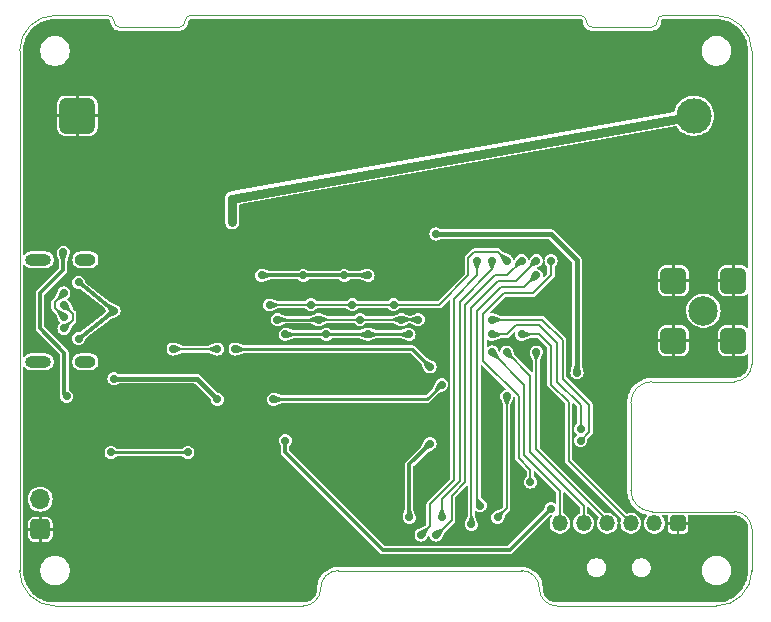
<source format=gbl>
%TF.GenerationSoftware,KiCad,Pcbnew,8.0.8+1*%
%TF.CreationDate,2025-10-29T14:44:18+00:00*%
%TF.ProjectId,LoRa-V3-PCB,4c6f5261-2d56-4332-9d50-43422e6b6963,rev?*%
%TF.SameCoordinates,Original*%
%TF.FileFunction,Copper,L2,Bot*%
%TF.FilePolarity,Positive*%
%FSLAX46Y46*%
G04 Gerber Fmt 4.6, Leading zero omitted, Abs format (unit mm)*
G04 Created by KiCad (PCBNEW 8.0.8+1) date 2025-10-29 14:44:18*
%MOMM*%
%LPD*%
G01*
G04 APERTURE LIST*
G04 Aperture macros list*
%AMRoundRect*
0 Rectangle with rounded corners*
0 $1 Rounding radius*
0 $2 $3 $4 $5 $6 $7 $8 $9 X,Y pos of 4 corners*
0 Add a 4 corners polygon primitive as box body*
4,1,4,$2,$3,$4,$5,$6,$7,$8,$9,$2,$3,0*
0 Add four circle primitives for the rounded corners*
1,1,$1+$1,$2,$3*
1,1,$1+$1,$4,$5*
1,1,$1+$1,$6,$7*
1,1,$1+$1,$8,$9*
0 Add four rect primitives between the rounded corners*
20,1,$1+$1,$2,$3,$4,$5,0*
20,1,$1+$1,$4,$5,$6,$7,0*
20,1,$1+$1,$6,$7,$8,$9,0*
20,1,$1+$1,$8,$9,$2,$3,0*%
G04 Aperture macros list end*
%TA.AperFunction,Profile*%
%ADD10C,0.050000*%
%TD*%
%TA.AperFunction,Profile*%
%ADD11C,0.100000*%
%TD*%
%TA.AperFunction,HeatsinkPad*%
%ADD12RoundRect,0.240000X-0.560000X-0.560000X0.560000X-0.560000X0.560000X0.560000X-0.560000X0.560000X0*%
%TD*%
%TA.AperFunction,ComponentPad*%
%ADD13RoundRect,0.490196X-1.009804X-1.009804X1.009804X-1.009804X1.009804X1.009804X-1.009804X1.009804X0*%
%TD*%
%TA.AperFunction,ComponentPad*%
%ADD14C,3.000000*%
%TD*%
%TA.AperFunction,ComponentPad*%
%ADD15RoundRect,0.250000X-0.425000X0.425000X-0.425000X-0.425000X0.425000X-0.425000X0.425000X0.425000X0*%
%TD*%
%TA.AperFunction,ComponentPad*%
%ADD16O,1.350000X1.350000*%
%TD*%
%TA.AperFunction,ComponentPad*%
%ADD17C,2.500000*%
%TD*%
%TA.AperFunction,ComponentPad*%
%ADD18RoundRect,0.440000X0.660000X0.660000X-0.660000X0.660000X-0.660000X-0.660000X0.660000X-0.660000X0*%
%TD*%
%TA.AperFunction,ComponentPad*%
%ADD19RoundRect,0.340000X0.510000X0.510000X-0.510000X0.510000X-0.510000X-0.510000X0.510000X-0.510000X0*%
%TD*%
%TA.AperFunction,ComponentPad*%
%ADD20O,1.700000X1.700000*%
%TD*%
%TA.AperFunction,ComponentPad*%
%ADD21O,1.800000X1.000000*%
%TD*%
%TA.AperFunction,ComponentPad*%
%ADD22O,2.200000X1.000000*%
%TD*%
%TA.AperFunction,ViaPad*%
%ADD23C,0.700000*%
%TD*%
%TA.AperFunction,Conductor*%
%ADD24C,0.200000*%
%TD*%
%TA.AperFunction,Conductor*%
%ADD25C,0.250000*%
%TD*%
%TA.AperFunction,Conductor*%
%ADD26C,0.400000*%
%TD*%
%TA.AperFunction,Conductor*%
%ADD27C,0.300000*%
%TD*%
%TA.AperFunction,Conductor*%
%ADD28C,0.800000*%
%TD*%
G04 APERTURE END LIST*
D10*
X162500000Y-73000000D02*
G75*
G02*
X162000000Y-72500000I0J500000D01*
G01*
D11*
X114000000Y-75000000D02*
X114000000Y-119000000D01*
X167550000Y-114000000D02*
X174500000Y-114000000D01*
D10*
X128500000Y-72000000D02*
X161500000Y-72000000D01*
D11*
X176000000Y-119000000D02*
G75*
G02*
X173000000Y-122000000I-3000000J0D01*
G01*
D10*
X161500000Y-72000000D02*
G75*
G02*
X162000000Y-72500000I0J-500000D01*
G01*
X122500000Y-73000000D02*
G75*
G02*
X122000000Y-72500000I0J500000D01*
G01*
X128000000Y-72500000D02*
G75*
G02*
X128500000Y-72000000I500000J0D01*
G01*
D11*
X176000000Y-115500000D02*
X176000000Y-119000000D01*
D10*
X167500000Y-73000000D02*
X162500000Y-73000000D01*
D11*
X165750000Y-104800000D02*
G75*
G02*
X167550000Y-103000000I1800000J0D01*
G01*
X139500000Y-120500000D02*
G75*
G02*
X138000000Y-122000000I-1500000J0D01*
G01*
X139500000Y-120500000D02*
G75*
G02*
X141000000Y-119000000I1500000J0D01*
G01*
D10*
X122500000Y-73000000D02*
X127500000Y-73000000D01*
X121500000Y-72000000D02*
G75*
G02*
X122000000Y-72500000I0J-500000D01*
G01*
D11*
X176000000Y-101500000D02*
G75*
G02*
X174500000Y-103000000I-1500000J0D01*
G01*
X117000000Y-122000000D02*
G75*
G02*
X114000000Y-119000000I0J3000000D01*
G01*
D10*
X128000000Y-72500000D02*
G75*
G02*
X127500000Y-73000000I-500000J0D01*
G01*
D11*
X156500000Y-119000000D02*
G75*
G02*
X158000000Y-120500000I0J-1500000D01*
G01*
X174500000Y-103000000D02*
X167550000Y-103000000D01*
X159500000Y-122000000D02*
X173000000Y-122000000D01*
X167550000Y-114000000D02*
G75*
G02*
X165750000Y-112200000I0J1800000D01*
G01*
X165750000Y-104800000D02*
X165750000Y-112200000D01*
X173000000Y-72000000D02*
G75*
G02*
X176000000Y-75000000I0J-3000000D01*
G01*
X156500000Y-119000000D02*
X141000000Y-119000000D01*
D10*
X117000000Y-72000000D02*
X121500000Y-72000000D01*
D11*
X176000000Y-75000000D02*
X176000000Y-101500000D01*
D10*
X168000000Y-72500000D02*
G75*
G02*
X167500000Y-73000000I-500000J0D01*
G01*
D11*
X114000000Y-75000000D02*
G75*
G02*
X117000000Y-72000000I3000000J0D01*
G01*
X174500000Y-114000000D02*
G75*
G02*
X176000000Y-115500000I0J-1500000D01*
G01*
X159500000Y-122000000D02*
G75*
G02*
X158000000Y-120500000I0J1500000D01*
G01*
D10*
X168500000Y-72000000D02*
X173000000Y-72000000D01*
X168000000Y-72500000D02*
G75*
G02*
X168500000Y-72000000I500000J0D01*
G01*
D11*
X117000000Y-122000000D02*
X138000000Y-122000000D01*
D12*
%TO.P,IC4,17,EP*%
%TO.N,GND*%
X125500000Y-115500000D03*
%TD*%
D13*
%TO.P,CONN2,1,-*%
%TO.N,GND*%
X118900000Y-80500000D03*
D14*
%TO.P,CONN2,2,+*%
%TO.N,VBAT*%
X171100000Y-80500000D03*
%TD*%
D15*
%TO.P,CONN8,1,Pin_1*%
%TO.N,GND*%
X169750000Y-115000000D03*
D16*
%TO.P,CONN8,2,Pin_2*%
%TO.N,+3.3V*%
X167750000Y-115000000D03*
%TO.P,CONN8,3,Pin_3*%
%TO.N,SWCLK*%
X165750000Y-115000000D03*
%TO.P,CONN8,4,Pin_4*%
%TO.N,SWDIO*%
X163750000Y-115000000D03*
%TO.P,CONN8,5,Pin_5*%
%TO.N,UART1-TX*%
X161750000Y-115000000D03*
%TO.P,CONN8,6,Pin_6*%
%TO.N,SWO*%
X159750000Y-115000000D03*
%TD*%
D17*
%TO.P,CONN5,1,In*%
%TO.N,RF*%
X171900000Y-97000000D03*
D18*
%TO.P,CONN5,2,Ext*%
%TO.N,GND*%
X174440000Y-99540000D03*
X174440000Y-94460000D03*
X169360000Y-99540000D03*
X169360000Y-94460000D03*
%TD*%
D19*
%TO.P,CONN4,1,-*%
%TO.N,GND*%
X115750000Y-115500000D03*
D20*
%TO.P,CONN4,2,+*%
%TO.N,Solar+*%
X115750000Y-112960000D03*
%TD*%
D21*
%TO.P,CONN1,S1,Shield*%
%TO.N,unconnected-(CONN1-Shield-PadS1)*%
X119580000Y-92680000D03*
%TO.P,CONN1,S2,Shield*%
%TO.N,unconnected-(CONN1-Shield-PadS2)*%
X119580000Y-101320000D03*
D22*
%TO.P,CONN1,S3,Shield*%
%TO.N,unconnected-(CONN1-Shield-PadS3)*%
X115580000Y-92680000D03*
%TO.P,CONN1,S4,Shield*%
%TO.N,unconnected-(CONN1-Shield-PadS4)*%
X115580000Y-101320000D03*
%TD*%
D23*
%TO.N,GND*%
X137000000Y-121000000D03*
X139500000Y-108000000D03*
X167380274Y-98674914D03*
X115000000Y-107000000D03*
X128250000Y-115500000D03*
X115000000Y-85000000D03*
X153750000Y-107000000D03*
X121000000Y-104750000D03*
X165750000Y-103000000D03*
X150000000Y-111000000D03*
X130300000Y-97525000D03*
X119000000Y-121000000D03*
X131750000Y-104500000D03*
X164369744Y-98575069D03*
X129000000Y-73000000D03*
X161000000Y-73000000D03*
X134000000Y-102750000D03*
X126000000Y-99500000D03*
X148750000Y-109750000D03*
X143500000Y-89750000D03*
X137000000Y-73000000D03*
X159000000Y-88500000D03*
X128750000Y-107750000D03*
X163266473Y-101344388D03*
X134000000Y-114000000D03*
X167067018Y-96258049D03*
X143000000Y-102750000D03*
X160500000Y-90000000D03*
X127000000Y-104750000D03*
X165862368Y-97082444D03*
X129200000Y-97525000D03*
X119000000Y-116500000D03*
X175000000Y-117000000D03*
X169000000Y-73000000D03*
X123500000Y-109750000D03*
X122000000Y-93800000D03*
X136000000Y-89750000D03*
X143250000Y-113850000D03*
X128000000Y-110500000D03*
X115000000Y-99750000D03*
X123250000Y-117750000D03*
X129000000Y-104750000D03*
X161500000Y-109500000D03*
X153000000Y-73000000D03*
X165887616Y-100167571D03*
X175000000Y-87000000D03*
X147000000Y-102750000D03*
X145250000Y-89750000D03*
X144000000Y-107000000D03*
X134500000Y-89750000D03*
X156250000Y-111250000D03*
X147000000Y-89750000D03*
X136250000Y-102750000D03*
X151500000Y-113250000D03*
X130300000Y-96475000D03*
X133500000Y-107000000D03*
X126000000Y-94500000D03*
X122000000Y-100200000D03*
X164682986Y-100991946D03*
X125500000Y-115500000D03*
X147000000Y-94000000D03*
X171000000Y-121000000D03*
X139500000Y-102750000D03*
X128750000Y-106000000D03*
X153750000Y-104500000D03*
X115000000Y-77000000D03*
X132000000Y-92000000D03*
X175000000Y-79000000D03*
X129000000Y-120500000D03*
X121000000Y-73000000D03*
X163000000Y-121000000D03*
X119000000Y-118000000D03*
X122000000Y-101500000D03*
X159000000Y-104250000D03*
X124250000Y-107000000D03*
X142000000Y-89750000D03*
X151000000Y-94000000D03*
X129200000Y-96475000D03*
X145000000Y-73000000D03*
X115000000Y-94250000D03*
X159250000Y-97750000D03*
X163175732Y-99148137D03*
%TO.N,I2C2-SDA*%
X161500000Y-107000000D03*
X143500000Y-99000000D03*
X139975000Y-99000000D03*
X146975000Y-99000000D03*
X136500000Y-99000000D03*
X154000000Y-99000000D03*
%TO.N,I2C2-SCL*%
X139325000Y-97750000D03*
X142825000Y-97750000D03*
X135825000Y-97751000D03*
X154000000Y-97750000D03*
X161500000Y-108000000D03*
X146325000Y-97750000D03*
X147750000Y-97750000D03*
%TO.N,SWDIO*%
X157750000Y-100500000D03*
%TO.N,SWCLK*%
X156500000Y-99000000D03*
%TO.N,SWO*%
X154000000Y-100500000D03*
%TO.N,CHG-OUT*%
X121750000Y-109000000D03*
X128250000Y-109000000D03*
%TO.N,+3.3V*%
X161200000Y-102250000D03*
X149250000Y-90500000D03*
%TO.N,+5V*%
X130750000Y-104500000D03*
X119000000Y-99375000D03*
X122000000Y-97000000D03*
X122000000Y-102750000D03*
X119000000Y-94600000D03*
%TO.N,VBUS*%
X132250000Y-100250000D03*
X148750000Y-101750000D03*
%TO.N,RST*%
X130750000Y-100250000D03*
X127000000Y-100250000D03*
%TO.N,UART1-TX*%
X155250000Y-100500000D03*
%TO.N,DISPLAY-BUSY*%
X157750000Y-94000000D03*
X153000000Y-113500000D03*
%TO.N,SPI2-SCK*%
X156500000Y-92750000D03*
X149250000Y-116000000D03*
%TO.N,DISPLAY-D{slash}C*%
X154000000Y-92750000D03*
X149750000Y-114500000D03*
%TO.N,SPI2-MOSI*%
X152750000Y-92750000D03*
X148000000Y-116000000D03*
%TO.N,VDD-Display-Charge*%
X157250000Y-111500000D03*
X159000000Y-92750000D03*
%TO.N,VDD-SENSORS-EEPROM*%
X136500000Y-108000000D03*
X141500000Y-94000000D03*
X143500000Y-94000000D03*
X159000000Y-113750000D03*
X134500000Y-94000000D03*
X138025000Y-94000000D03*
%TO.N,~{Enable-3.3V-Switched-1}*%
X135500000Y-104500000D03*
X149750000Y-103250000D03*
%TO.N,VDD-Display*%
X147000000Y-114500000D03*
X148750000Y-108250000D03*
%TO.N,~{MCU-RESET}*%
X118000000Y-104250000D03*
X117700000Y-92050000D03*
%TO.N,~{DISPLAY-RESET}*%
X152250000Y-115100000D03*
X157750000Y-92750000D03*
%TO.N,~{DISPLAY-CS}*%
X155250000Y-104250000D03*
X154470001Y-114500000D03*
%TO.N,~{WRITE-PROTECT}*%
X145675000Y-96500000D03*
X135175000Y-96502000D03*
X142175000Y-96500000D03*
X138674000Y-96500000D03*
X155250000Y-92750000D03*
%TO.N,D+CONN*%
X117750000Y-96500447D03*
X117750000Y-98500447D03*
%TO.N,D-CONN*%
X117750000Y-97500447D03*
X117750000Y-95500447D03*
%TO.N,VBAT*%
X132000000Y-89500000D03*
X132000000Y-88500000D03*
X132000000Y-87500000D03*
%TD*%
D24*
%TO.N,I2C2-SDA*%
X161500000Y-105000000D02*
X159500000Y-103000000D01*
X155250000Y-99000000D02*
X154000000Y-99000000D01*
X158000000Y-98250000D02*
X156000000Y-98250000D01*
D25*
X143500000Y-99000000D02*
X146975000Y-99000000D01*
X136500000Y-99000000D02*
X143500000Y-99000000D01*
D24*
X159500000Y-103000000D02*
X159500000Y-99750000D01*
X161500000Y-107000000D02*
X161500000Y-105000000D01*
X156000000Y-98250000D02*
X155250000Y-99000000D01*
X159500000Y-99750000D02*
X158000000Y-98250000D01*
%TO.N,I2C2-SCL*%
X160000000Y-99500000D02*
X158250000Y-97750000D01*
X158250000Y-97750000D02*
X154000000Y-97750000D01*
X160000000Y-102750000D02*
X160000000Y-99500000D01*
X161500000Y-108000000D02*
X162250000Y-107250000D01*
D25*
X139250000Y-97750000D02*
X135826000Y-97750000D01*
D24*
X162250000Y-107250000D02*
X162250000Y-105000000D01*
D25*
X135826000Y-97750000D02*
X135825000Y-97751000D01*
D24*
X147750000Y-97750000D02*
X146325000Y-97750000D01*
X139250000Y-97750000D02*
X146325000Y-97750000D01*
X162250000Y-105000000D02*
X160000000Y-102750000D01*
%TO.N,SWDIO*%
X163750000Y-114750000D02*
X163750000Y-115000000D01*
X157750000Y-100500000D02*
X157750000Y-108750000D01*
X157750000Y-108750000D02*
X163750000Y-114750000D01*
%TO.N,SWCLK*%
X158000000Y-99000000D02*
X159000000Y-100000000D01*
X156500000Y-99000000D02*
X158000000Y-99000000D01*
X160500000Y-109750000D02*
X165750000Y-115000000D01*
X159000000Y-103250000D02*
X160500000Y-104750000D01*
X160500000Y-104750000D02*
X160500000Y-109750000D01*
X159000000Y-100000000D02*
X159000000Y-103250000D01*
%TO.N,SWO*%
X159750000Y-112250000D02*
X159750000Y-115000000D01*
X154000000Y-100500000D02*
X156750000Y-103250000D01*
X156750000Y-109250000D02*
X159750000Y-112250000D01*
X156750000Y-103250000D02*
X156750000Y-109250000D01*
D25*
%TO.N,CHG-OUT*%
X121750000Y-109000000D02*
X128250000Y-109000000D01*
D26*
%TO.N,+3.3V*%
X159000000Y-90500000D02*
X161200000Y-92700000D01*
X149250000Y-90500000D02*
X159000000Y-90500000D01*
X161200000Y-92700000D02*
X161200000Y-102250000D01*
D27*
%TO.N,+5V*%
X119000000Y-99375000D02*
X122000000Y-97000000D01*
X122000000Y-97000000D02*
X119000000Y-94600000D01*
D26*
X122000000Y-102750000D02*
X129000000Y-102750000D01*
X129000000Y-102750000D02*
X130750000Y-104500000D01*
D25*
%TO.N,VBUS*%
X147250000Y-100250000D02*
X148750000Y-101750000D01*
X132250000Y-100250000D02*
X147250000Y-100250000D01*
D24*
%TO.N,RST*%
X127000000Y-100250000D02*
X130750000Y-100250000D01*
%TO.N,UART1-TX*%
X155250000Y-100500000D02*
X157250000Y-102500000D01*
X157250000Y-109000000D02*
X161750000Y-113500000D01*
X157250000Y-102500000D02*
X157250000Y-109000000D01*
X161750000Y-113500000D02*
X161750000Y-115000000D01*
%TO.N,DISPLAY-BUSY*%
X156750000Y-95000000D02*
X154750000Y-95000000D01*
X152750000Y-97000000D02*
X152750000Y-113250000D01*
X157750000Y-94000000D02*
X156750000Y-95000000D01*
X154750000Y-95000000D02*
X152750000Y-97000000D01*
X152750000Y-113250000D02*
X153000000Y-113500000D01*
%TO.N,SPI2-SCK*%
X150600000Y-114750000D02*
X150600000Y-112650000D01*
X154250000Y-94000000D02*
X155250000Y-94000000D01*
X151750000Y-111500000D02*
X151750000Y-96500000D01*
X155250000Y-94000000D02*
X156500000Y-92750000D01*
X151750000Y-96500000D02*
X154250000Y-94000000D01*
X149250000Y-116000000D02*
X149350000Y-116000000D01*
X150600000Y-112650000D02*
X151750000Y-111500000D01*
X149350000Y-116000000D02*
X150600000Y-114750000D01*
%TO.N,DISPLAY-D{slash}C*%
X151250000Y-96250000D02*
X154000000Y-93500000D01*
X151250000Y-111434314D02*
X151250000Y-96250000D01*
X149750000Y-112934314D02*
X151250000Y-111434314D01*
X149750000Y-114500000D02*
X149750000Y-112934314D01*
X154000000Y-93500000D02*
X154000000Y-92750000D01*
%TO.N,SPI2-MOSI*%
X150750000Y-96000000D02*
X152750000Y-94000000D01*
X152750000Y-94000000D02*
X152750000Y-92750000D01*
X150750000Y-111368628D02*
X150750000Y-96000000D01*
X148000000Y-116000000D02*
X148750000Y-115250000D01*
X148750000Y-113368628D02*
X150750000Y-111368628D01*
X148750000Y-115250000D02*
X148750000Y-113368628D01*
%TO.N,VDD-Display-Charge*%
X155000000Y-95500000D02*
X157500000Y-95500000D01*
X157250000Y-110500000D02*
X156250000Y-109500000D01*
X153250000Y-97250000D02*
X155000000Y-95500000D01*
X156250000Y-109500000D02*
X156250000Y-104250000D01*
X159000000Y-94000000D02*
X159000000Y-92750000D01*
X157500000Y-95500000D02*
X159000000Y-94000000D01*
X156250000Y-104250000D02*
X153250000Y-101250000D01*
X153250000Y-101250000D02*
X153250000Y-97250000D01*
X157250000Y-111500000D02*
X157250000Y-110500000D01*
D27*
%TO.N,VDD-SENSORS-EEPROM*%
X155500000Y-117250000D02*
X159000000Y-113750000D01*
X136500000Y-108000000D02*
X136500000Y-109000000D01*
X134500000Y-94000000D02*
X143500000Y-94000000D01*
X144750000Y-117250000D02*
X155500000Y-117250000D01*
X136500000Y-109000000D02*
X144750000Y-117250000D01*
D25*
%TO.N,~{Enable-3.3V-Switched-1}*%
X149750000Y-103250000D02*
X148500000Y-104500000D01*
X148500000Y-104500000D02*
X135500000Y-104500000D01*
D27*
%TO.N,VDD-Display*%
X147000000Y-110000000D02*
X147000000Y-114500000D01*
X148750000Y-108250000D02*
X147000000Y-110000000D01*
%TO.N,~{MCU-RESET}*%
X117800000Y-100550000D02*
X117800000Y-104050000D01*
X115750000Y-95500000D02*
X115750000Y-98500000D01*
X117800000Y-104050000D02*
X118000000Y-104250000D01*
X115750000Y-98500000D02*
X117800000Y-100550000D01*
X117700000Y-93550000D02*
X115750000Y-95500000D01*
X117700000Y-92050000D02*
X117700000Y-93550000D01*
D24*
%TO.N,~{DISPLAY-RESET}*%
X156000000Y-94500000D02*
X157750000Y-92750000D01*
X152250000Y-96750000D02*
X154500000Y-94500000D01*
X154500000Y-94500000D02*
X156000000Y-94500000D01*
X152250000Y-115100000D02*
X152250000Y-96750000D01*
%TO.N,~{DISPLAY-CS}*%
X154470001Y-114500000D02*
X155250000Y-113720001D01*
X155250000Y-113720001D02*
X155250000Y-104250000D01*
%TO.N,~{WRITE-PROTECT}*%
X152000000Y-94000000D02*
X149500000Y-96500000D01*
X152485050Y-92025000D02*
X152000000Y-92510050D01*
X155250000Y-92750000D02*
X154525000Y-92025000D01*
X149500000Y-96500000D02*
X135177000Y-96500000D01*
X152000000Y-92510050D02*
X152000000Y-94000000D01*
X154525000Y-92025000D02*
X152485050Y-92025000D01*
X135177000Y-96500000D02*
X135175000Y-96502000D01*
%TO.N,D+CONN*%
X118500000Y-97250447D02*
X118500000Y-97750447D01*
X117750000Y-96500447D02*
X118500000Y-97250447D01*
X118500000Y-97750447D02*
X117750000Y-98500447D01*
%TO.N,D-CONN*%
X117000000Y-96750447D02*
X117750000Y-97500447D01*
X117000000Y-96250447D02*
X117000000Y-96750447D01*
X117750000Y-95500447D02*
X117000000Y-96250447D01*
D28*
%TO.N,VBAT*%
X132000000Y-87500000D02*
X171100000Y-80500000D01*
D26*
X171100000Y-80500000D02*
X170995000Y-80500000D01*
D28*
X132000000Y-89500000D02*
X132000000Y-87500000D01*
%TD*%
%TA.AperFunction,Conductor*%
%TO.N,GND*%
G36*
X121505751Y-72301411D02*
G01*
X121517444Y-72303262D01*
X121550074Y-72308430D01*
X121572090Y-72315584D01*
X121606821Y-72333280D01*
X121625549Y-72346887D01*
X121653112Y-72374450D01*
X121666720Y-72393180D01*
X121684414Y-72427906D01*
X121691569Y-72449926D01*
X121698589Y-72494248D01*
X121699500Y-72505824D01*
X121699500Y-72578842D01*
X121709661Y-72629925D01*
X121730261Y-72733491D01*
X121730264Y-72733501D01*
X121790603Y-72879174D01*
X121790605Y-72879177D01*
X121790606Y-72879179D01*
X121878211Y-73010289D01*
X121989711Y-73121789D01*
X122120821Y-73209394D01*
X122120826Y-73209396D01*
X122120825Y-73209396D01*
X122266498Y-73269735D01*
X122266503Y-73269737D01*
X122421158Y-73300500D01*
X122421160Y-73300500D01*
X127578840Y-73300500D01*
X127578842Y-73300500D01*
X127733497Y-73269737D01*
X127879179Y-73209394D01*
X128010289Y-73121789D01*
X128121789Y-73010289D01*
X128209394Y-72879179D01*
X128269737Y-72733497D01*
X128300500Y-72578842D01*
X128300500Y-72505824D01*
X128301411Y-72494249D01*
X128308104Y-72451987D01*
X128308431Y-72449923D01*
X128315583Y-72427911D01*
X128333282Y-72393175D01*
X128346884Y-72374453D01*
X128374453Y-72346884D01*
X128393175Y-72333282D01*
X128427911Y-72315583D01*
X128449923Y-72308431D01*
X128485055Y-72302866D01*
X128494249Y-72301411D01*
X128505824Y-72300500D01*
X128547595Y-72300500D01*
X161452405Y-72300500D01*
X161494176Y-72300500D01*
X161505751Y-72301411D01*
X161517444Y-72303262D01*
X161550074Y-72308430D01*
X161572090Y-72315584D01*
X161606821Y-72333280D01*
X161625549Y-72346887D01*
X161653112Y-72374450D01*
X161666720Y-72393180D01*
X161684414Y-72427906D01*
X161691569Y-72449926D01*
X161698589Y-72494248D01*
X161699500Y-72505824D01*
X161699500Y-72578842D01*
X161709661Y-72629925D01*
X161730261Y-72733491D01*
X161730264Y-72733501D01*
X161790603Y-72879174D01*
X161790605Y-72879177D01*
X161790606Y-72879179D01*
X161878211Y-73010289D01*
X161989711Y-73121789D01*
X162120821Y-73209394D01*
X162120826Y-73209396D01*
X162120825Y-73209396D01*
X162266498Y-73269735D01*
X162266503Y-73269737D01*
X162421158Y-73300500D01*
X162421160Y-73300500D01*
X167578840Y-73300500D01*
X167578842Y-73300500D01*
X167733497Y-73269737D01*
X167879179Y-73209394D01*
X168010289Y-73121789D01*
X168121789Y-73010289D01*
X168209394Y-72879179D01*
X168269737Y-72733497D01*
X168300500Y-72578842D01*
X168300500Y-72505824D01*
X168301411Y-72494249D01*
X168308104Y-72451987D01*
X168308431Y-72449923D01*
X168315583Y-72427911D01*
X168333282Y-72393175D01*
X168346884Y-72374453D01*
X168374453Y-72346884D01*
X168393175Y-72333282D01*
X168427911Y-72315583D01*
X168449923Y-72308431D01*
X168485055Y-72302866D01*
X168494249Y-72301411D01*
X168505824Y-72300500D01*
X168547595Y-72300500D01*
X172952405Y-72300500D01*
X172997917Y-72300500D01*
X173002065Y-72300615D01*
X173298112Y-72317241D01*
X173306346Y-72318170D01*
X173596603Y-72367486D01*
X173604671Y-72369327D01*
X173887605Y-72450839D01*
X173895418Y-72453573D01*
X174021562Y-72505824D01*
X174167428Y-72566244D01*
X174174904Y-72569844D01*
X174432594Y-72712263D01*
X174439608Y-72716671D01*
X174668634Y-72879174D01*
X174679716Y-72887037D01*
X174686203Y-72892209D01*
X174905741Y-73088400D01*
X174911599Y-73094258D01*
X175068417Y-73269738D01*
X175107789Y-73313795D01*
X175112962Y-73320283D01*
X175283324Y-73560385D01*
X175287740Y-73567412D01*
X175430155Y-73825095D01*
X175433755Y-73832571D01*
X175546422Y-74104571D01*
X175549163Y-74112404D01*
X175630669Y-74395317D01*
X175632515Y-74403408D01*
X175681828Y-74693647D01*
X175682758Y-74701893D01*
X175699384Y-74997934D01*
X175699500Y-75002083D01*
X175699500Y-93315751D01*
X175677826Y-93368077D01*
X175625500Y-93389751D01*
X175573174Y-93368077D01*
X175495377Y-93290280D01*
X175356196Y-93207968D01*
X175200914Y-93162855D01*
X175200917Y-93162855D01*
X175164636Y-93160000D01*
X174565000Y-93160000D01*
X174565000Y-93872328D01*
X174518991Y-93860000D01*
X174361009Y-93860000D01*
X174315000Y-93872328D01*
X174315000Y-93160000D01*
X173715364Y-93160000D01*
X173679083Y-93162855D01*
X173523803Y-93207968D01*
X173384622Y-93290280D01*
X173270280Y-93404622D01*
X173187968Y-93543803D01*
X173142855Y-93699083D01*
X173140000Y-93735363D01*
X173140000Y-94335000D01*
X173852328Y-94335000D01*
X173840000Y-94381009D01*
X173840000Y-94538991D01*
X173852328Y-94585000D01*
X173140001Y-94585000D01*
X173140001Y-95184635D01*
X173142855Y-95220916D01*
X173187968Y-95376196D01*
X173270280Y-95515377D01*
X173384622Y-95629719D01*
X173523803Y-95712031D01*
X173679085Y-95757144D01*
X173679082Y-95757144D01*
X173715363Y-95759999D01*
X174315000Y-95759999D01*
X174315000Y-95047671D01*
X174361009Y-95060000D01*
X174518991Y-95060000D01*
X174565000Y-95047671D01*
X174565000Y-95759999D01*
X175164636Y-95759999D01*
X175200916Y-95757144D01*
X175356196Y-95712031D01*
X175495377Y-95629719D01*
X175573174Y-95551923D01*
X175625500Y-95530249D01*
X175677826Y-95551923D01*
X175699500Y-95604249D01*
X175699500Y-98395751D01*
X175677826Y-98448077D01*
X175625500Y-98469751D01*
X175573174Y-98448077D01*
X175495377Y-98370280D01*
X175356196Y-98287968D01*
X175200914Y-98242855D01*
X175200917Y-98242855D01*
X175164636Y-98240000D01*
X174565000Y-98240000D01*
X174565000Y-98952328D01*
X174518991Y-98940000D01*
X174361009Y-98940000D01*
X174315000Y-98952328D01*
X174315000Y-98240000D01*
X173715364Y-98240000D01*
X173679083Y-98242855D01*
X173523803Y-98287968D01*
X173384622Y-98370280D01*
X173270280Y-98484622D01*
X173187968Y-98623803D01*
X173142855Y-98779083D01*
X173140000Y-98815363D01*
X173140000Y-99415000D01*
X173852328Y-99415000D01*
X173840000Y-99461009D01*
X173840000Y-99618991D01*
X173852328Y-99665000D01*
X173140001Y-99665000D01*
X173140001Y-100264635D01*
X173142855Y-100300916D01*
X173187968Y-100456196D01*
X173270280Y-100595377D01*
X173384622Y-100709719D01*
X173523803Y-100792031D01*
X173679085Y-100837144D01*
X173679082Y-100837144D01*
X173715363Y-100839999D01*
X174315000Y-100839999D01*
X174315000Y-100127671D01*
X174361009Y-100140000D01*
X174518991Y-100140000D01*
X174565000Y-100127671D01*
X174565000Y-100839999D01*
X175164636Y-100839999D01*
X175200916Y-100837144D01*
X175356196Y-100792031D01*
X175495377Y-100709719D01*
X175573174Y-100631923D01*
X175625500Y-100610249D01*
X175677826Y-100631923D01*
X175699500Y-100684249D01*
X175699500Y-101497090D01*
X175699272Y-101502896D01*
X175685188Y-101681840D01*
X175683371Y-101693309D01*
X175642152Y-101865000D01*
X175638564Y-101876044D01*
X175570989Y-102039183D01*
X175565717Y-102049529D01*
X175473459Y-102200081D01*
X175466634Y-102209475D01*
X175351957Y-102343746D01*
X175343746Y-102351957D01*
X175209475Y-102466634D01*
X175200081Y-102473459D01*
X175049529Y-102565717D01*
X175039183Y-102570989D01*
X174876044Y-102638564D01*
X174865000Y-102642152D01*
X174693309Y-102683371D01*
X174681840Y-102685188D01*
X174502897Y-102699272D01*
X174497091Y-102699500D01*
X167597595Y-102699500D01*
X167550000Y-102699500D01*
X167412326Y-102699500D01*
X167348810Y-102707862D01*
X167139335Y-102735439D01*
X166873368Y-102806704D01*
X166618982Y-102912075D01*
X166618979Y-102912076D01*
X166380524Y-103049748D01*
X166380518Y-103049752D01*
X166162077Y-103217366D01*
X165967366Y-103412077D01*
X165799752Y-103630518D01*
X165799748Y-103630524D01*
X165662076Y-103868979D01*
X165662075Y-103868982D01*
X165556704Y-104123368D01*
X165485439Y-104389335D01*
X165454231Y-104626387D01*
X165449500Y-104662326D01*
X165449500Y-104760438D01*
X165449500Y-112152405D01*
X165449500Y-112200000D01*
X165449500Y-112337674D01*
X165458248Y-112404123D01*
X165485439Y-112610664D01*
X165556704Y-112876631D01*
X165662075Y-113131017D01*
X165662076Y-113131020D01*
X165799748Y-113369475D01*
X165799752Y-113369481D01*
X165967366Y-113587922D01*
X166162077Y-113782633D01*
X166380518Y-113950247D01*
X166380524Y-113950251D01*
X166499838Y-114019137D01*
X166618979Y-114087923D01*
X166873368Y-114193295D01*
X167013567Y-114230861D01*
X167099031Y-114253761D01*
X167143965Y-114288240D01*
X167151358Y-114344392D01*
X167134872Y-114374756D01*
X167037805Y-114482558D01*
X167037802Y-114482563D01*
X166945784Y-114641942D01*
X166888916Y-114816965D01*
X166888915Y-114816969D01*
X166888915Y-114816971D01*
X166869678Y-115000000D01*
X166885905Y-115154394D01*
X166888916Y-115183034D01*
X166945784Y-115358057D01*
X167037802Y-115517436D01*
X167037805Y-115517441D01*
X167160952Y-115654209D01*
X167309832Y-115762377D01*
X167309839Y-115762381D01*
X167477966Y-115837236D01*
X167657981Y-115875500D01*
X167657982Y-115875500D01*
X167842018Y-115875500D01*
X167842019Y-115875500D01*
X168022034Y-115837236D01*
X168190161Y-115762381D01*
X168211618Y-115746792D01*
X168339047Y-115654209D01*
X168339046Y-115654209D01*
X168339050Y-115654207D01*
X168462195Y-115517440D01*
X168554214Y-115358059D01*
X168567179Y-115318159D01*
X168611083Y-115183034D01*
X168611085Y-115183029D01*
X168630322Y-115000000D01*
X168611085Y-114816971D01*
X168598300Y-114777623D01*
X168554215Y-114641942D01*
X168462197Y-114482563D01*
X168462194Y-114482558D01*
X168409482Y-114424016D01*
X168390576Y-114370627D01*
X168414959Y-114319507D01*
X168464475Y-114300500D01*
X168840004Y-114300500D01*
X168892330Y-114322174D01*
X168914004Y-114374500D01*
X168909852Y-114398940D01*
X168877851Y-114490392D01*
X168877851Y-114490393D01*
X168875000Y-114520801D01*
X168875000Y-114875000D01*
X169369383Y-114875000D01*
X169350000Y-114947339D01*
X169350000Y-115052661D01*
X169369383Y-115125000D01*
X168875001Y-115125000D01*
X168875001Y-115479205D01*
X168877850Y-115509602D01*
X168877852Y-115509611D01*
X168922652Y-115637643D01*
X169003207Y-115746791D01*
X169003208Y-115746792D01*
X169112356Y-115827347D01*
X169112355Y-115827347D01*
X169240385Y-115872146D01*
X169240393Y-115872148D01*
X169270802Y-115874999D01*
X169625000Y-115874999D01*
X169625000Y-115380617D01*
X169697339Y-115400000D01*
X169802661Y-115400000D01*
X169875000Y-115380617D01*
X169875000Y-115874999D01*
X170229194Y-115874999D01*
X170229205Y-115874998D01*
X170259602Y-115872149D01*
X170259611Y-115872147D01*
X170387643Y-115827347D01*
X170496791Y-115746792D01*
X170496792Y-115746791D01*
X170577347Y-115637643D01*
X170622146Y-115509614D01*
X170622148Y-115509606D01*
X170624999Y-115479198D01*
X170625000Y-115479197D01*
X170625000Y-115125000D01*
X170130617Y-115125000D01*
X170150000Y-115052661D01*
X170150000Y-114947339D01*
X170130617Y-114875000D01*
X170624999Y-114875000D01*
X170624999Y-114520806D01*
X170624998Y-114520794D01*
X170622149Y-114490397D01*
X170622149Y-114490395D01*
X170590148Y-114398940D01*
X170593324Y-114342392D01*
X170635556Y-114304652D01*
X170659996Y-114300500D01*
X174452405Y-114300500D01*
X174497091Y-114300500D01*
X174502896Y-114300727D01*
X174681843Y-114314811D01*
X174693305Y-114316627D01*
X174865008Y-114357849D01*
X174876036Y-114361432D01*
X174966588Y-114398940D01*
X175039183Y-114429010D01*
X175049529Y-114434282D01*
X175190715Y-114520801D01*
X175200081Y-114526540D01*
X175209475Y-114533365D01*
X175338672Y-114643709D01*
X175343746Y-114648042D01*
X175351957Y-114656253D01*
X175466634Y-114790524D01*
X175473459Y-114799918D01*
X175565717Y-114950470D01*
X175570989Y-114960816D01*
X175638564Y-115123955D01*
X175642152Y-115134999D01*
X175683371Y-115306690D01*
X175685188Y-115318159D01*
X175699272Y-115497103D01*
X175699500Y-115502909D01*
X175699500Y-118997916D01*
X175699384Y-119002065D01*
X175682758Y-119298106D01*
X175681828Y-119306352D01*
X175632515Y-119596591D01*
X175630669Y-119604682D01*
X175549163Y-119887595D01*
X175546422Y-119895428D01*
X175433755Y-120167428D01*
X175430155Y-120174904D01*
X175287740Y-120432587D01*
X175283324Y-120439614D01*
X175112962Y-120679716D01*
X175107789Y-120686204D01*
X174911604Y-120905736D01*
X174905736Y-120911604D01*
X174686204Y-121107789D01*
X174679716Y-121112962D01*
X174439614Y-121283324D01*
X174432587Y-121287740D01*
X174174904Y-121430155D01*
X174167428Y-121433755D01*
X173895428Y-121546422D01*
X173887595Y-121549163D01*
X173604682Y-121630669D01*
X173596591Y-121632515D01*
X173306352Y-121681828D01*
X173298106Y-121682758D01*
X173002066Y-121699384D01*
X172997917Y-121699500D01*
X159502909Y-121699500D01*
X159497103Y-121699272D01*
X159318159Y-121685188D01*
X159306690Y-121683371D01*
X159134999Y-121642152D01*
X159123955Y-121638564D01*
X158960816Y-121570989D01*
X158950470Y-121565717D01*
X158799918Y-121473459D01*
X158790524Y-121466634D01*
X158656253Y-121351957D01*
X158648042Y-121343746D01*
X158642287Y-121337008D01*
X158533365Y-121209475D01*
X158526540Y-121200081D01*
X158434282Y-121049529D01*
X158429010Y-121039183D01*
X158373734Y-120905736D01*
X158361432Y-120876036D01*
X158357849Y-120865008D01*
X158316627Y-120693305D01*
X158314811Y-120681840D01*
X158300728Y-120502896D01*
X158300500Y-120497090D01*
X158300500Y-120381990D01*
X158269694Y-120147992D01*
X158269693Y-120147990D01*
X158269693Y-120147986D01*
X158208606Y-119920007D01*
X158118284Y-119701951D01*
X158000273Y-119497550D01*
X157970996Y-119459396D01*
X157856591Y-119310300D01*
X157689699Y-119143408D01*
X157502452Y-118999728D01*
X157502446Y-118999724D01*
X157298048Y-118881715D01*
X157298045Y-118881714D01*
X157079991Y-118791393D01*
X156905879Y-118744740D01*
X156852014Y-118730307D01*
X156852012Y-118730306D01*
X156852006Y-118730305D01*
X156852007Y-118730305D01*
X156663929Y-118705545D01*
X156618011Y-118699500D01*
X156539562Y-118699500D01*
X141047595Y-118699500D01*
X141000000Y-118699500D01*
X140881989Y-118699500D01*
X140840173Y-118705005D01*
X140647992Y-118730305D01*
X140420008Y-118791393D01*
X140201954Y-118881714D01*
X140201951Y-118881715D01*
X139997553Y-118999724D01*
X139997547Y-118999728D01*
X139810300Y-119143408D01*
X139643408Y-119310300D01*
X139499728Y-119497547D01*
X139499724Y-119497553D01*
X139381715Y-119701951D01*
X139381714Y-119701954D01*
X139291393Y-119920008D01*
X139230305Y-120147992D01*
X139199500Y-120381990D01*
X139199500Y-120497090D01*
X139199272Y-120502896D01*
X139185188Y-120681840D01*
X139183371Y-120693309D01*
X139142152Y-120865000D01*
X139138564Y-120876044D01*
X139070989Y-121039183D01*
X139065717Y-121049529D01*
X138973459Y-121200081D01*
X138966634Y-121209475D01*
X138851957Y-121343746D01*
X138843746Y-121351957D01*
X138709475Y-121466634D01*
X138700081Y-121473459D01*
X138549529Y-121565717D01*
X138539183Y-121570989D01*
X138376044Y-121638564D01*
X138365000Y-121642152D01*
X138193309Y-121683371D01*
X138181840Y-121685188D01*
X138002897Y-121699272D01*
X137997091Y-121699500D01*
X117002083Y-121699500D01*
X116997934Y-121699384D01*
X116701893Y-121682758D01*
X116693647Y-121681828D01*
X116403408Y-121632515D01*
X116395317Y-121630669D01*
X116112404Y-121549163D01*
X116104571Y-121546422D01*
X115832571Y-121433755D01*
X115825095Y-121430155D01*
X115567412Y-121287740D01*
X115560385Y-121283324D01*
X115320283Y-121112962D01*
X115313795Y-121107789D01*
X115237025Y-121039183D01*
X115094258Y-120911599D01*
X115088400Y-120905741D01*
X114892209Y-120686203D01*
X114887037Y-120679716D01*
X114759842Y-120500452D01*
X114716671Y-120439608D01*
X114712263Y-120432594D01*
X114569844Y-120174904D01*
X114566244Y-120167428D01*
X114525691Y-120069524D01*
X114453573Y-119895418D01*
X114450839Y-119887605D01*
X114369327Y-119604671D01*
X114367486Y-119596603D01*
X114318170Y-119306346D01*
X114317241Y-119298106D01*
X114316944Y-119292826D01*
X114300616Y-119002065D01*
X114300500Y-118997916D01*
X114300500Y-118901582D01*
X115749500Y-118901582D01*
X115749500Y-119098417D01*
X115780290Y-119292823D01*
X115780293Y-119292836D01*
X115841113Y-119480019D01*
X115928651Y-119651825D01*
X115930476Y-119655405D01*
X116046172Y-119814646D01*
X116185354Y-119953828D01*
X116344595Y-120069524D01*
X116519975Y-120158884D01*
X116519977Y-120158884D01*
X116519980Y-120158886D01*
X116707163Y-120219706D01*
X116707169Y-120219707D01*
X116707174Y-120219709D01*
X116836780Y-120240236D01*
X116901582Y-120250500D01*
X116901583Y-120250500D01*
X117098418Y-120250500D01*
X117147019Y-120242802D01*
X117292826Y-120219709D01*
X117292833Y-120219706D01*
X117292836Y-120219706D01*
X117480019Y-120158886D01*
X117480019Y-120158885D01*
X117480025Y-120158884D01*
X117655405Y-120069524D01*
X117814646Y-119953828D01*
X117953828Y-119814646D01*
X118069524Y-119655405D01*
X118158884Y-119480025D01*
X118165587Y-119459396D01*
X118219706Y-119292836D01*
X118219706Y-119292833D01*
X118219709Y-119292826D01*
X118250500Y-119098417D01*
X118250500Y-118901583D01*
X118247353Y-118881716D01*
X118223373Y-118730307D01*
X118219709Y-118707174D01*
X118219707Y-118707169D01*
X118219706Y-118707163D01*
X118208007Y-118671159D01*
X162049500Y-118671159D01*
X162049500Y-118828840D01*
X162080261Y-118983491D01*
X162080264Y-118983501D01*
X162140603Y-119129174D01*
X162140605Y-119129177D01*
X162140606Y-119129179D01*
X162228211Y-119260289D01*
X162339711Y-119371789D01*
X162470821Y-119459394D01*
X162470826Y-119459396D01*
X162470825Y-119459396D01*
X162616498Y-119519735D01*
X162616503Y-119519737D01*
X162771158Y-119550500D01*
X162771160Y-119550500D01*
X162928840Y-119550500D01*
X162928842Y-119550500D01*
X163083497Y-119519737D01*
X163229179Y-119459394D01*
X163360289Y-119371789D01*
X163471789Y-119260289D01*
X163559394Y-119129179D01*
X163619737Y-118983497D01*
X163650500Y-118828842D01*
X163650500Y-118671159D01*
X165849500Y-118671159D01*
X165849500Y-118828840D01*
X165880261Y-118983491D01*
X165880264Y-118983501D01*
X165940603Y-119129174D01*
X165940605Y-119129177D01*
X165940606Y-119129179D01*
X166028211Y-119260289D01*
X166139711Y-119371789D01*
X166270821Y-119459394D01*
X166270826Y-119459396D01*
X166270825Y-119459396D01*
X166416498Y-119519735D01*
X166416503Y-119519737D01*
X166571158Y-119550500D01*
X166571160Y-119550500D01*
X166728840Y-119550500D01*
X166728842Y-119550500D01*
X166883497Y-119519737D01*
X167029179Y-119459394D01*
X167160289Y-119371789D01*
X167271789Y-119260289D01*
X167359394Y-119129179D01*
X167419737Y-118983497D01*
X167436031Y-118901582D01*
X171749500Y-118901582D01*
X171749500Y-119098417D01*
X171780290Y-119292823D01*
X171780293Y-119292836D01*
X171841113Y-119480019D01*
X171928651Y-119651825D01*
X171930476Y-119655405D01*
X172046172Y-119814646D01*
X172185354Y-119953828D01*
X172344595Y-120069524D01*
X172519975Y-120158884D01*
X172519977Y-120158884D01*
X172519980Y-120158886D01*
X172707163Y-120219706D01*
X172707169Y-120219707D01*
X172707174Y-120219709D01*
X172836780Y-120240236D01*
X172901582Y-120250500D01*
X172901583Y-120250500D01*
X173098418Y-120250500D01*
X173147019Y-120242802D01*
X173292826Y-120219709D01*
X173292833Y-120219706D01*
X173292836Y-120219706D01*
X173480019Y-120158886D01*
X173480019Y-120158885D01*
X173480025Y-120158884D01*
X173655405Y-120069524D01*
X173814646Y-119953828D01*
X173953828Y-119814646D01*
X174069524Y-119655405D01*
X174158884Y-119480025D01*
X174165587Y-119459396D01*
X174219706Y-119292836D01*
X174219706Y-119292833D01*
X174219709Y-119292826D01*
X174250500Y-119098417D01*
X174250500Y-118901583D01*
X174247353Y-118881716D01*
X174223373Y-118730307D01*
X174219709Y-118707174D01*
X174219707Y-118707169D01*
X174219706Y-118707163D01*
X174158886Y-118519980D01*
X174158884Y-118519977D01*
X174158884Y-118519975D01*
X174069524Y-118344595D01*
X173953828Y-118185354D01*
X173814646Y-118046172D01*
X173814643Y-118046169D01*
X173814641Y-118046168D01*
X173655404Y-117930475D01*
X173480019Y-117841113D01*
X173292836Y-117780293D01*
X173292823Y-117780290D01*
X173098418Y-117749500D01*
X173098417Y-117749500D01*
X172901583Y-117749500D01*
X172901582Y-117749500D01*
X172707176Y-117780290D01*
X172707163Y-117780293D01*
X172519980Y-117841113D01*
X172344595Y-117930475D01*
X172185358Y-118046168D01*
X172046168Y-118185358D01*
X171930475Y-118344595D01*
X171841113Y-118519980D01*
X171780293Y-118707163D01*
X171780290Y-118707176D01*
X171749500Y-118901582D01*
X167436031Y-118901582D01*
X167450500Y-118828842D01*
X167450500Y-118671158D01*
X167419737Y-118516503D01*
X167359394Y-118370821D01*
X167271789Y-118239711D01*
X167160289Y-118128211D01*
X167029179Y-118040606D01*
X167029175Y-118040604D01*
X167029173Y-118040603D01*
X167029174Y-118040603D01*
X166883501Y-117980264D01*
X166883491Y-117980261D01*
X166779925Y-117959661D01*
X166728842Y-117949500D01*
X166571158Y-117949500D01*
X166527315Y-117958220D01*
X166416508Y-117980261D01*
X166416498Y-117980264D01*
X166270825Y-118040603D01*
X166139711Y-118128210D01*
X166139710Y-118128212D01*
X166028212Y-118239710D01*
X166028210Y-118239711D01*
X165940603Y-118370825D01*
X165880264Y-118516498D01*
X165880261Y-118516508D01*
X165849500Y-118671159D01*
X163650500Y-118671159D01*
X163650500Y-118671158D01*
X163619737Y-118516503D01*
X163559394Y-118370821D01*
X163471789Y-118239711D01*
X163360289Y-118128211D01*
X163229179Y-118040606D01*
X163229175Y-118040604D01*
X163229173Y-118040603D01*
X163229174Y-118040603D01*
X163083501Y-117980264D01*
X163083491Y-117980261D01*
X162979925Y-117959661D01*
X162928842Y-117949500D01*
X162771158Y-117949500D01*
X162727315Y-117958220D01*
X162616508Y-117980261D01*
X162616498Y-117980264D01*
X162470825Y-118040603D01*
X162339711Y-118128210D01*
X162339710Y-118128212D01*
X162228212Y-118239710D01*
X162228210Y-118239711D01*
X162140603Y-118370825D01*
X162080264Y-118516498D01*
X162080261Y-118516508D01*
X162049500Y-118671159D01*
X118208007Y-118671159D01*
X118158886Y-118519980D01*
X118158884Y-118519977D01*
X118158884Y-118519975D01*
X118069524Y-118344595D01*
X117953828Y-118185354D01*
X117814646Y-118046172D01*
X117814643Y-118046169D01*
X117814641Y-118046168D01*
X117655404Y-117930475D01*
X117480019Y-117841113D01*
X117292836Y-117780293D01*
X117292823Y-117780290D01*
X117098418Y-117749500D01*
X117098417Y-117749500D01*
X116901583Y-117749500D01*
X116901582Y-117749500D01*
X116707176Y-117780290D01*
X116707163Y-117780293D01*
X116519980Y-117841113D01*
X116344595Y-117930475D01*
X116185358Y-118046168D01*
X116046168Y-118185358D01*
X115930475Y-118344595D01*
X115841113Y-118519980D01*
X115780293Y-118707163D01*
X115780290Y-118707176D01*
X115749500Y-118901582D01*
X114300500Y-118901582D01*
X114300500Y-114947721D01*
X114700000Y-114947721D01*
X114700000Y-115375000D01*
X115265856Y-115375000D01*
X115250000Y-115434174D01*
X115250000Y-115565826D01*
X115265856Y-115625000D01*
X114700001Y-115625000D01*
X114700001Y-116052279D01*
X114710419Y-116139048D01*
X114710420Y-116139052D01*
X114764877Y-116277147D01*
X114854571Y-116395427D01*
X114854572Y-116395428D01*
X114972852Y-116485122D01*
X115110944Y-116539578D01*
X115197721Y-116549999D01*
X115625000Y-116549999D01*
X115625000Y-115984144D01*
X115684174Y-116000000D01*
X115815826Y-116000000D01*
X115875000Y-115984144D01*
X115875000Y-116549999D01*
X116302278Y-116549999D01*
X116302279Y-116549998D01*
X116389048Y-116539580D01*
X116389052Y-116539579D01*
X116527147Y-116485122D01*
X116645427Y-116395428D01*
X116645428Y-116395427D01*
X116735122Y-116277147D01*
X116789578Y-116139055D01*
X116800000Y-116052278D01*
X116800000Y-115625000D01*
X116234144Y-115625000D01*
X116250000Y-115565826D01*
X116250000Y-115434174D01*
X116234144Y-115375000D01*
X116799999Y-115375000D01*
X116799999Y-114947722D01*
X116799998Y-114947720D01*
X116789580Y-114860951D01*
X116789579Y-114860947D01*
X116735122Y-114722852D01*
X116645428Y-114604572D01*
X116645427Y-114604571D01*
X116527147Y-114514877D01*
X116389055Y-114460421D01*
X116302278Y-114450000D01*
X115875000Y-114450000D01*
X115875000Y-115015855D01*
X115815826Y-115000000D01*
X115684174Y-115000000D01*
X115625000Y-115015855D01*
X115625000Y-114450000D01*
X115197721Y-114450000D01*
X115197719Y-114450001D01*
X115110951Y-114460419D01*
X115110947Y-114460420D01*
X114972852Y-114514877D01*
X114854572Y-114604571D01*
X114854571Y-114604572D01*
X114764877Y-114722852D01*
X114710421Y-114860944D01*
X114700000Y-114947721D01*
X114300500Y-114947721D01*
X114300500Y-112960000D01*
X114694417Y-112960000D01*
X114714700Y-113165935D01*
X114723441Y-113194750D01*
X114772443Y-113356291D01*
X114774769Y-113363956D01*
X114872315Y-113546450D01*
X114918557Y-113602797D01*
X115003590Y-113706410D01*
X115163550Y-113837685D01*
X115346046Y-113935232D01*
X115544066Y-113995300D01*
X115750000Y-114015583D01*
X115955934Y-113995300D01*
X116153954Y-113935232D01*
X116336450Y-113837685D01*
X116496410Y-113706410D01*
X116627685Y-113546450D01*
X116725232Y-113363954D01*
X116785300Y-113165934D01*
X116805583Y-112960000D01*
X116785300Y-112754066D01*
X116725232Y-112556046D01*
X116627685Y-112373550D01*
X116496410Y-112213590D01*
X116479850Y-112200000D01*
X116336450Y-112082315D01*
X116153956Y-111984769D01*
X116153955Y-111984768D01*
X116153954Y-111984768D01*
X116042158Y-111950855D01*
X115955935Y-111924700D01*
X115750000Y-111904417D01*
X115544064Y-111924700D01*
X115346043Y-111984769D01*
X115163549Y-112082315D01*
X115003590Y-112213589D01*
X115003589Y-112213590D01*
X114872315Y-112373549D01*
X114774769Y-112556043D01*
X114714700Y-112754064D01*
X114694417Y-112960000D01*
X114300500Y-112960000D01*
X114300500Y-109000000D01*
X121194750Y-109000000D01*
X121213669Y-109143708D01*
X121243287Y-109215212D01*
X121269139Y-109277625D01*
X121357379Y-109392621D01*
X121472375Y-109480861D01*
X121606291Y-109536330D01*
X121750000Y-109555250D01*
X121893709Y-109536330D01*
X122027625Y-109480861D01*
X122142621Y-109392621D01*
X122171910Y-109354449D01*
X122220958Y-109326133D01*
X122230617Y-109325500D01*
X127769383Y-109325500D01*
X127821709Y-109347174D01*
X127828082Y-109354441D01*
X127857379Y-109392621D01*
X127972375Y-109480861D01*
X128106291Y-109536330D01*
X128250000Y-109555250D01*
X128393709Y-109536330D01*
X128527625Y-109480861D01*
X128642621Y-109392621D01*
X128730861Y-109277625D01*
X128786330Y-109143709D01*
X128805250Y-109000000D01*
X128786330Y-108856291D01*
X128730861Y-108722375D01*
X128642621Y-108607379D01*
X128527625Y-108519139D01*
X128527623Y-108519138D01*
X128393708Y-108463669D01*
X128250000Y-108444750D01*
X128106291Y-108463669D01*
X127972376Y-108519138D01*
X127925316Y-108555249D01*
X127857379Y-108607379D01*
X127828089Y-108645550D01*
X127779042Y-108673867D01*
X127769383Y-108674500D01*
X122230617Y-108674500D01*
X122178291Y-108652826D01*
X122171917Y-108645558D01*
X122142621Y-108607379D01*
X122027625Y-108519139D01*
X122027623Y-108519138D01*
X121893708Y-108463669D01*
X121750000Y-108444750D01*
X121606291Y-108463669D01*
X121472376Y-108519138D01*
X121357379Y-108607379D01*
X121269138Y-108722376D01*
X121213669Y-108856291D01*
X121194750Y-109000000D01*
X114300500Y-109000000D01*
X114300500Y-101807867D01*
X114322174Y-101755541D01*
X114374500Y-101733867D01*
X114426826Y-101755541D01*
X114433556Y-101763743D01*
X114433576Y-101763727D01*
X114435883Y-101766538D01*
X114435886Y-101766542D01*
X114533458Y-101864114D01*
X114648189Y-101940775D01*
X114648190Y-101940775D01*
X114648191Y-101940776D01*
X114745938Y-101981264D01*
X114775672Y-101993580D01*
X114911007Y-102020500D01*
X114911009Y-102020500D01*
X116248991Y-102020500D01*
X116248993Y-102020500D01*
X116384328Y-101993580D01*
X116511811Y-101940775D01*
X116626542Y-101864114D01*
X116724114Y-101766542D01*
X116800775Y-101651811D01*
X116853580Y-101524328D01*
X116880500Y-101388993D01*
X116880500Y-101251007D01*
X116853580Y-101115672D01*
X116845281Y-101095636D01*
X116800776Y-100988191D01*
X116795878Y-100980861D01*
X116724114Y-100873458D01*
X116626542Y-100775886D01*
X116618047Y-100770210D01*
X116511808Y-100699223D01*
X116384332Y-100646421D01*
X116384322Y-100646418D01*
X116293694Y-100628391D01*
X116248993Y-100619500D01*
X114911007Y-100619500D01*
X114872642Y-100627131D01*
X114775677Y-100646418D01*
X114775667Y-100646421D01*
X114648191Y-100699223D01*
X114533461Y-100775883D01*
X114435884Y-100873460D01*
X114433576Y-100876273D01*
X114432643Y-100875507D01*
X114388935Y-100904710D01*
X114333386Y-100893660D01*
X114301922Y-100846567D01*
X114300500Y-100832132D01*
X114300500Y-95453853D01*
X115399500Y-95453853D01*
X115399500Y-98546146D01*
X115420830Y-98625747D01*
X115420831Y-98625752D01*
X115423384Y-98635283D01*
X115423385Y-98635285D01*
X115423386Y-98635288D01*
X115450069Y-98681504D01*
X115469530Y-98715212D01*
X117427826Y-100673508D01*
X117449500Y-100725834D01*
X117449500Y-104096144D01*
X117453356Y-104110535D01*
X117456087Y-104120727D01*
X117457975Y-104149537D01*
X117444750Y-104249999D01*
X117463669Y-104393708D01*
X117513011Y-104512831D01*
X117519139Y-104527625D01*
X117607379Y-104642621D01*
X117722375Y-104730861D01*
X117856291Y-104786330D01*
X118000000Y-104805250D01*
X118143709Y-104786330D01*
X118277625Y-104730861D01*
X118392621Y-104642621D01*
X118480861Y-104527625D01*
X118536330Y-104393709D01*
X118555250Y-104250000D01*
X118536330Y-104106291D01*
X118480861Y-103972375D01*
X118392621Y-103857379D01*
X118277625Y-103769139D01*
X118277623Y-103769138D01*
X118196181Y-103735403D01*
X118156133Y-103695354D01*
X118150500Y-103667036D01*
X118150500Y-102750000D01*
X121444750Y-102750000D01*
X121463669Y-102893708D01*
X121519065Y-103027446D01*
X121519139Y-103027625D01*
X121607379Y-103142621D01*
X121722375Y-103230861D01*
X121856291Y-103286330D01*
X122000000Y-103305250D01*
X122143709Y-103286330D01*
X122277625Y-103230861D01*
X122362425Y-103165791D01*
X122407472Y-103150500D01*
X128803455Y-103150500D01*
X128855781Y-103172174D01*
X130178676Y-104495068D01*
X130199717Y-104537734D01*
X130213669Y-104643708D01*
X130247536Y-104725471D01*
X130269139Y-104777625D01*
X130357379Y-104892621D01*
X130472375Y-104980861D01*
X130606291Y-105036330D01*
X130750000Y-105055250D01*
X130893709Y-105036330D01*
X131027625Y-104980861D01*
X131142621Y-104892621D01*
X131230861Y-104777625D01*
X131286330Y-104643709D01*
X131305250Y-104500000D01*
X134944750Y-104500000D01*
X134963669Y-104643708D01*
X134997536Y-104725471D01*
X135019139Y-104777625D01*
X135107379Y-104892621D01*
X135222375Y-104980861D01*
X135356291Y-105036330D01*
X135500000Y-105055250D01*
X135643709Y-105036330D01*
X135682629Y-105020208D01*
X135700567Y-105015308D01*
X135712314Y-105013645D01*
X136237349Y-104829663D01*
X136261821Y-104825500D01*
X148542851Y-104825500D01*
X148542853Y-104825500D01*
X148625639Y-104803318D01*
X148699862Y-104760465D01*
X149441480Y-104018845D01*
X149461722Y-104004490D01*
X149963072Y-103763331D01*
X149974127Y-103755267D01*
X149989419Y-103746685D01*
X150027625Y-103730861D01*
X150142621Y-103642621D01*
X150230861Y-103527625D01*
X150286330Y-103393709D01*
X150302133Y-103273673D01*
X150314726Y-103251861D01*
X150302133Y-103226325D01*
X150286330Y-103106291D01*
X150253672Y-103027446D01*
X150230861Y-102972375D01*
X150142621Y-102857379D01*
X150027625Y-102769139D01*
X149981419Y-102750000D01*
X149893708Y-102713669D01*
X149750000Y-102694750D01*
X149606291Y-102713669D01*
X149472376Y-102769138D01*
X149357379Y-102857379D01*
X149269139Y-102972374D01*
X149253019Y-103011291D01*
X149243796Y-103027446D01*
X149236673Y-103036918D01*
X149236669Y-103036925D01*
X148995509Y-103538274D01*
X148981149Y-103558522D01*
X148386847Y-104152826D01*
X148334521Y-104174500D01*
X136261822Y-104174500D01*
X136237350Y-104170336D01*
X135712319Y-103986355D01*
X135712311Y-103986353D01*
X135698781Y-103984235D01*
X135681913Y-103979494D01*
X135664725Y-103972375D01*
X135643709Y-103963670D01*
X135643708Y-103963669D01*
X135643706Y-103963669D01*
X135500000Y-103944750D01*
X135356291Y-103963669D01*
X135222376Y-104019138D01*
X135107379Y-104107379D01*
X135019138Y-104222376D01*
X134963669Y-104356291D01*
X134944750Y-104500000D01*
X131305250Y-104500000D01*
X131286330Y-104356291D01*
X131230861Y-104222375D01*
X131142621Y-104107379D01*
X131027625Y-104019139D01*
X131027623Y-104019138D01*
X130893708Y-103963669D01*
X130787734Y-103949717D01*
X130745068Y-103928676D01*
X130024998Y-103208606D01*
X129245913Y-102429520D01*
X129245910Y-102429518D01*
X129245909Y-102429517D01*
X129154592Y-102376795D01*
X129154588Y-102376793D01*
X129082132Y-102357379D01*
X129052727Y-102349500D01*
X129052726Y-102349500D01*
X122407472Y-102349500D01*
X122362425Y-102334208D01*
X122277625Y-102269139D01*
X122231419Y-102250000D01*
X122143708Y-102213669D01*
X122000000Y-102194750D01*
X121856291Y-102213669D01*
X121722376Y-102269138D01*
X121607379Y-102357379D01*
X121519138Y-102472376D01*
X121463669Y-102606291D01*
X121444750Y-102750000D01*
X118150500Y-102750000D01*
X118150500Y-101251008D01*
X118479500Y-101251008D01*
X118479500Y-101388991D01*
X118506418Y-101524322D01*
X118506421Y-101524332D01*
X118559223Y-101651808D01*
X118634015Y-101763743D01*
X118635886Y-101766542D01*
X118733458Y-101864114D01*
X118848189Y-101940775D01*
X118848190Y-101940775D01*
X118848191Y-101940776D01*
X118945938Y-101981264D01*
X118975672Y-101993580D01*
X119111007Y-102020500D01*
X119111009Y-102020500D01*
X120048991Y-102020500D01*
X120048993Y-102020500D01*
X120184328Y-101993580D01*
X120311811Y-101940775D01*
X120426542Y-101864114D01*
X120524114Y-101766542D01*
X120600775Y-101651811D01*
X120653580Y-101524328D01*
X120680500Y-101388993D01*
X120680500Y-101251007D01*
X120653580Y-101115672D01*
X120645281Y-101095636D01*
X120600776Y-100988191D01*
X120595878Y-100980861D01*
X120524114Y-100873458D01*
X120426542Y-100775886D01*
X120418047Y-100770210D01*
X120311808Y-100699223D01*
X120184332Y-100646421D01*
X120184322Y-100646418D01*
X120093694Y-100628391D01*
X120048993Y-100619500D01*
X119111007Y-100619500D01*
X119072642Y-100627131D01*
X118975677Y-100646418D01*
X118975667Y-100646421D01*
X118848191Y-100699223D01*
X118733461Y-100775883D01*
X118635883Y-100873461D01*
X118559223Y-100988191D01*
X118506421Y-101115667D01*
X118506418Y-101115677D01*
X118479500Y-101251008D01*
X118150500Y-101251008D01*
X118150500Y-100503854D01*
X118150499Y-100503853D01*
X118137729Y-100456196D01*
X118126614Y-100414712D01*
X118124622Y-100411262D01*
X118114488Y-100393708D01*
X118114488Y-100393709D01*
X118080470Y-100334788D01*
X117995682Y-100250000D01*
X126444750Y-100250000D01*
X126463669Y-100393708D01*
X126519138Y-100527623D01*
X126519139Y-100527625D01*
X126607379Y-100642621D01*
X126722375Y-100730861D01*
X126856291Y-100786330D01*
X127000000Y-100805250D01*
X127143709Y-100786330D01*
X127188715Y-100767687D01*
X127203818Y-100763245D01*
X127220039Y-100760303D01*
X127738658Y-100555664D01*
X127765819Y-100550500D01*
X129984181Y-100550500D01*
X130011341Y-100555664D01*
X130529960Y-100760303D01*
X130546900Y-100763461D01*
X130561652Y-100767839D01*
X130606291Y-100786330D01*
X130750000Y-100805250D01*
X130893709Y-100786330D01*
X131027625Y-100730861D01*
X131142621Y-100642621D01*
X131230861Y-100527625D01*
X131286330Y-100393709D01*
X131305250Y-100250000D01*
X131694750Y-100250000D01*
X131713669Y-100393708D01*
X131769138Y-100527623D01*
X131769139Y-100527625D01*
X131857379Y-100642621D01*
X131972375Y-100730861D01*
X132106291Y-100786330D01*
X132250000Y-100805250D01*
X132393709Y-100786330D01*
X132432629Y-100770208D01*
X132450567Y-100765308D01*
X132462314Y-100763645D01*
X132987349Y-100579663D01*
X133011821Y-100575500D01*
X147084521Y-100575500D01*
X147136847Y-100597174D01*
X147981147Y-101441474D01*
X147995507Y-101461722D01*
X148178247Y-101841620D01*
X148236669Y-101963074D01*
X148244735Y-101974133D01*
X148253314Y-101989420D01*
X148255037Y-101993580D01*
X148269139Y-102027625D01*
X148357379Y-102142621D01*
X148472375Y-102230861D01*
X148606291Y-102286330D01*
X148750000Y-102305250D01*
X148893709Y-102286330D01*
X149027625Y-102230861D01*
X149142621Y-102142621D01*
X149230861Y-102027625D01*
X149286330Y-101893709D01*
X149305250Y-101750000D01*
X149286330Y-101606291D01*
X149230861Y-101472375D01*
X149142621Y-101357379D01*
X149027625Y-101269139D01*
X148988707Y-101253019D01*
X148972558Y-101243801D01*
X148963072Y-101236668D01*
X148963068Y-101236666D01*
X148963065Y-101236664D01*
X148461725Y-100995509D01*
X148441476Y-100981149D01*
X147960327Y-100500000D01*
X147449862Y-99989535D01*
X147449859Y-99989533D01*
X147449858Y-99989532D01*
X147375643Y-99946684D01*
X147375641Y-99946683D01*
X147375640Y-99946682D01*
X147375639Y-99946682D01*
X147292853Y-99924500D01*
X147292851Y-99924500D01*
X133011822Y-99924500D01*
X132987350Y-99920336D01*
X132462319Y-99736355D01*
X132462311Y-99736353D01*
X132448781Y-99734235D01*
X132431913Y-99729494D01*
X132393711Y-99713671D01*
X132393709Y-99713670D01*
X132393708Y-99713669D01*
X132393706Y-99713669D01*
X132250000Y-99694750D01*
X132106291Y-99713669D01*
X131972376Y-99769138D01*
X131857379Y-99857379D01*
X131769138Y-99972376D01*
X131713669Y-100106291D01*
X131694750Y-100250000D01*
X131305250Y-100250000D01*
X131286330Y-100106291D01*
X131230861Y-99972375D01*
X131142621Y-99857379D01*
X131027625Y-99769139D01*
X131027623Y-99769138D01*
X130893708Y-99713669D01*
X130750000Y-99694750D01*
X130606293Y-99713669D01*
X130606286Y-99713671D01*
X130561288Y-99732308D01*
X130546189Y-99736750D01*
X130529970Y-99739693D01*
X130529957Y-99739697D01*
X130011339Y-99944335D01*
X129984178Y-99949500D01*
X127765820Y-99949500D01*
X127738659Y-99944335D01*
X127220042Y-99739697D01*
X127220030Y-99739694D01*
X127203089Y-99736534D01*
X127188342Y-99732157D01*
X127143711Y-99713671D01*
X127143709Y-99713670D01*
X127143708Y-99713669D01*
X127143706Y-99713669D01*
X127000000Y-99694750D01*
X126856291Y-99713669D01*
X126722376Y-99769138D01*
X126607379Y-99857379D01*
X126519138Y-99972376D01*
X126463669Y-100106291D01*
X126444750Y-100250000D01*
X117995682Y-100250000D01*
X116122174Y-98376492D01*
X116100500Y-98324166D01*
X116100500Y-96210882D01*
X116699500Y-96210882D01*
X116699500Y-96790011D01*
X116719977Y-96866432D01*
X116719979Y-96866437D01*
X116753932Y-96925244D01*
X116753932Y-96925247D01*
X116759539Y-96934957D01*
X116995995Y-97171413D01*
X117011549Y-97194271D01*
X117044051Y-97269139D01*
X117233569Y-97705695D01*
X117233570Y-97705697D01*
X117233571Y-97705698D01*
X117243318Y-97719914D01*
X117250648Y-97733432D01*
X117269139Y-97778072D01*
X117357379Y-97893068D01*
X117411967Y-97934955D01*
X117420808Y-97941739D01*
X117449126Y-97990789D01*
X117434467Y-98045496D01*
X117420808Y-98059155D01*
X117357379Y-98107826D01*
X117269138Y-98222823D01*
X117213669Y-98356738D01*
X117194750Y-98500447D01*
X117213669Y-98644155D01*
X117246069Y-98722375D01*
X117269139Y-98778072D01*
X117357379Y-98893068D01*
X117472375Y-98981308D01*
X117606291Y-99036777D01*
X117750000Y-99055697D01*
X117893709Y-99036777D01*
X118027625Y-98981308D01*
X118142621Y-98893068D01*
X118230861Y-98778072D01*
X118249502Y-98733066D01*
X118257039Y-98719247D01*
X118266431Y-98705694D01*
X118488449Y-98194269D01*
X118503998Y-98171418D01*
X118740460Y-97934958D01*
X118757214Y-97905939D01*
X118780021Y-97866436D01*
X118800499Y-97790011D01*
X118800500Y-97790011D01*
X118800500Y-97210883D01*
X118800499Y-97210882D01*
X118796444Y-97195750D01*
X118780021Y-97134458D01*
X118740460Y-97065936D01*
X118684511Y-97009987D01*
X118504002Y-96829478D01*
X118488448Y-96806620D01*
X118266431Y-96295199D01*
X118256680Y-96280977D01*
X118249346Y-96267450D01*
X118244529Y-96255821D01*
X118230861Y-96222822D01*
X118142621Y-96107826D01*
X118079190Y-96059153D01*
X118050873Y-96010106D01*
X118065532Y-95955398D01*
X118079187Y-95941742D01*
X118142621Y-95893068D01*
X118230861Y-95778072D01*
X118286330Y-95644156D01*
X118305250Y-95500447D01*
X118286330Y-95356738D01*
X118230861Y-95222822D01*
X118142621Y-95107826D01*
X118027625Y-95019586D01*
X118027623Y-95019585D01*
X117893708Y-94964116D01*
X117750000Y-94945197D01*
X117606291Y-94964116D01*
X117472376Y-95019585D01*
X117357379Y-95107826D01*
X117269139Y-95222820D01*
X117250499Y-95267821D01*
X117242958Y-95281646D01*
X117233571Y-95295193D01*
X117088347Y-95629719D01*
X117037632Y-95746541D01*
X117014208Y-95800499D01*
X117011551Y-95806619D01*
X116995997Y-95829477D01*
X116815489Y-96009987D01*
X116759540Y-96065935D01*
X116719979Y-96134456D01*
X116719977Y-96134461D01*
X116699500Y-96210882D01*
X116100500Y-96210882D01*
X116100500Y-95675833D01*
X116122173Y-95623508D01*
X117145682Y-94600000D01*
X118444750Y-94600000D01*
X118463669Y-94743708D01*
X118498753Y-94828408D01*
X118519139Y-94877625D01*
X118607379Y-94992621D01*
X118722375Y-95080861D01*
X118856291Y-95136330D01*
X119000000Y-95155250D01*
X119082931Y-95144331D01*
X119137639Y-95158989D01*
X119138818Y-95159914D01*
X121193551Y-96803700D01*
X121208270Y-96819513D01*
X121302291Y-96956042D01*
X121314118Y-97011431D01*
X121302099Y-97040262D01*
X121207464Y-97176347D01*
X121192642Y-97192117D01*
X119141745Y-98815744D01*
X119087266Y-98831230D01*
X119086154Y-98831092D01*
X119000000Y-98819750D01*
X118856291Y-98838669D01*
X118722376Y-98894138D01*
X118607379Y-98982379D01*
X118519138Y-99097376D01*
X118463669Y-99231291D01*
X118444750Y-99375000D01*
X118463669Y-99518708D01*
X118519138Y-99652623D01*
X118519139Y-99652625D01*
X118607379Y-99767621D01*
X118722375Y-99855861D01*
X118856291Y-99911330D01*
X119000000Y-99930250D01*
X119143709Y-99911330D01*
X119277625Y-99855861D01*
X119392621Y-99767621D01*
X119480861Y-99652625D01*
X119536330Y-99518709D01*
X119550236Y-99413074D01*
X119577670Y-99364716D01*
X120038364Y-99000000D01*
X135944750Y-99000000D01*
X135963669Y-99143708D01*
X136003745Y-99240460D01*
X136019139Y-99277625D01*
X136107379Y-99392621D01*
X136222375Y-99480861D01*
X136356291Y-99536330D01*
X136500000Y-99555250D01*
X136643709Y-99536330D01*
X136682629Y-99520208D01*
X136700567Y-99515308D01*
X136712314Y-99513645D01*
X137237349Y-99329663D01*
X137261821Y-99325500D01*
X139494383Y-99325500D01*
X139546709Y-99347174D01*
X139553082Y-99354441D01*
X139582379Y-99392621D01*
X139697375Y-99480861D01*
X139831291Y-99536330D01*
X139975000Y-99555250D01*
X140118709Y-99536330D01*
X140252625Y-99480861D01*
X140367621Y-99392621D01*
X140396910Y-99354449D01*
X140445958Y-99326133D01*
X140455617Y-99325500D01*
X142738179Y-99325500D01*
X142762650Y-99329663D01*
X143287685Y-99513645D01*
X143301211Y-99515761D01*
X143318079Y-99520502D01*
X143356291Y-99536330D01*
X143500000Y-99555250D01*
X143643709Y-99536330D01*
X143682629Y-99520208D01*
X143700567Y-99515308D01*
X143712314Y-99513645D01*
X144237349Y-99329663D01*
X144261821Y-99325500D01*
X146213179Y-99325500D01*
X146237650Y-99329663D01*
X146762685Y-99513645D01*
X146776211Y-99515761D01*
X146793079Y-99520502D01*
X146831291Y-99536330D01*
X146975000Y-99555250D01*
X147118709Y-99536330D01*
X147252625Y-99480861D01*
X147367621Y-99392621D01*
X147455861Y-99277625D01*
X147511330Y-99143709D01*
X147530250Y-99000000D01*
X147511330Y-98856291D01*
X147455861Y-98722375D01*
X147367621Y-98607379D01*
X147252625Y-98519139D01*
X147252623Y-98519138D01*
X147118708Y-98463669D01*
X146975000Y-98444750D01*
X146831287Y-98463670D01*
X146831286Y-98463670D01*
X146792371Y-98479788D01*
X146774442Y-98484687D01*
X146762694Y-98486352D01*
X146762687Y-98486353D01*
X146762685Y-98486354D01*
X146762682Y-98486354D01*
X146762678Y-98486356D01*
X146237647Y-98670336D01*
X146213175Y-98674500D01*
X144261822Y-98674500D01*
X144237350Y-98670336D01*
X143712319Y-98486355D01*
X143712311Y-98486353D01*
X143698781Y-98484235D01*
X143681913Y-98479494D01*
X143658390Y-98469751D01*
X143643709Y-98463670D01*
X143643708Y-98463669D01*
X143643706Y-98463669D01*
X143500000Y-98444750D01*
X143356287Y-98463670D01*
X143356286Y-98463670D01*
X143317371Y-98479788D01*
X143299442Y-98484687D01*
X143287694Y-98486352D01*
X143287687Y-98486353D01*
X143287685Y-98486354D01*
X143287682Y-98486354D01*
X143287678Y-98486356D01*
X142762647Y-98670336D01*
X142738175Y-98674500D01*
X140455617Y-98674500D01*
X140403291Y-98652826D01*
X140396917Y-98645558D01*
X140367621Y-98607379D01*
X140252625Y-98519139D01*
X140252623Y-98519138D01*
X140118708Y-98463669D01*
X139975000Y-98444750D01*
X139831291Y-98463669D01*
X139697376Y-98519138D01*
X139625445Y-98574333D01*
X139582379Y-98607379D01*
X139553089Y-98645550D01*
X139504042Y-98673867D01*
X139494383Y-98674500D01*
X137261822Y-98674500D01*
X137237350Y-98670336D01*
X136712319Y-98486355D01*
X136712311Y-98486353D01*
X136698781Y-98484235D01*
X136681913Y-98479494D01*
X136658390Y-98469751D01*
X136643709Y-98463670D01*
X136643708Y-98463669D01*
X136643706Y-98463669D01*
X136500000Y-98444750D01*
X136356291Y-98463669D01*
X136222376Y-98519138D01*
X136107379Y-98607379D01*
X136019138Y-98722376D01*
X135963669Y-98856291D01*
X135944750Y-99000000D01*
X120038364Y-99000000D01*
X121616048Y-97751000D01*
X135269750Y-97751000D01*
X135288669Y-97894708D01*
X135305340Y-97934955D01*
X135344139Y-98028625D01*
X135432379Y-98143621D01*
X135547375Y-98231861D01*
X135681291Y-98287330D01*
X135825000Y-98306250D01*
X135968709Y-98287330D01*
X136007878Y-98271104D01*
X136025700Y-98266219D01*
X136037653Y-98264507D01*
X136562198Y-98079704D01*
X136586787Y-98075500D01*
X138563179Y-98075500D01*
X138587650Y-98079663D01*
X139112685Y-98263645D01*
X139126211Y-98265761D01*
X139143079Y-98270502D01*
X139181291Y-98286330D01*
X139325000Y-98305250D01*
X139468709Y-98286330D01*
X139513715Y-98267687D01*
X139528818Y-98263245D01*
X139545039Y-98260303D01*
X140063658Y-98055664D01*
X140090819Y-98050500D01*
X142325199Y-98050500D01*
X142377525Y-98072174D01*
X142383907Y-98079452D01*
X142432374Y-98142615D01*
X142432376Y-98142618D01*
X142432377Y-98142619D01*
X142432379Y-98142621D01*
X142547375Y-98230861D01*
X142681291Y-98286330D01*
X142825000Y-98305250D01*
X142968709Y-98286330D01*
X143102625Y-98230861D01*
X143217621Y-98142621D01*
X143244320Y-98107826D01*
X143266093Y-98079452D01*
X143315142Y-98051133D01*
X143324801Y-98050500D01*
X145559181Y-98050500D01*
X145586341Y-98055664D01*
X146104960Y-98260303D01*
X146121900Y-98263461D01*
X146136652Y-98267839D01*
X146181291Y-98286330D01*
X146325000Y-98305250D01*
X146468709Y-98286330D01*
X146513715Y-98267687D01*
X146528818Y-98263245D01*
X146545039Y-98260303D01*
X147010339Y-98076703D01*
X147064659Y-98076703D01*
X147529960Y-98260303D01*
X147546900Y-98263461D01*
X147561652Y-98267839D01*
X147606291Y-98286330D01*
X147750000Y-98305250D01*
X147893709Y-98286330D01*
X148027625Y-98230861D01*
X148142621Y-98142621D01*
X148230861Y-98027625D01*
X148286330Y-97893709D01*
X148305250Y-97750000D01*
X148286330Y-97606291D01*
X148230861Y-97472375D01*
X148142621Y-97357379D01*
X148027625Y-97269139D01*
X148027623Y-97269138D01*
X147893708Y-97213669D01*
X147750000Y-97194750D01*
X147606293Y-97213669D01*
X147606286Y-97213671D01*
X147561288Y-97232308D01*
X147546189Y-97236750D01*
X147529970Y-97239693D01*
X147529957Y-97239697D01*
X147064660Y-97423294D01*
X147010338Y-97423294D01*
X146545042Y-97239697D01*
X146545030Y-97239694D01*
X146528089Y-97236534D01*
X146513342Y-97232157D01*
X146471123Y-97214670D01*
X146468709Y-97213670D01*
X146468708Y-97213669D01*
X146468706Y-97213669D01*
X146325000Y-97194750D01*
X146181293Y-97213669D01*
X146181286Y-97213671D01*
X146136288Y-97232308D01*
X146121189Y-97236750D01*
X146104970Y-97239693D01*
X146104957Y-97239697D01*
X145586339Y-97444335D01*
X145559178Y-97449500D01*
X143324801Y-97449500D01*
X143272475Y-97427826D01*
X143266093Y-97420548D01*
X143217625Y-97357384D01*
X143217623Y-97357381D01*
X143217621Y-97357380D01*
X143217621Y-97357379D01*
X143102625Y-97269139D01*
X143102623Y-97269138D01*
X142968708Y-97213669D01*
X142825000Y-97194750D01*
X142681291Y-97213669D01*
X142547376Y-97269138D01*
X142432376Y-97357381D01*
X142432374Y-97357384D01*
X142383907Y-97420548D01*
X142334858Y-97448867D01*
X142325199Y-97449500D01*
X140090820Y-97449500D01*
X140063659Y-97444335D01*
X140010334Y-97423294D01*
X139932597Y-97392620D01*
X139545042Y-97239697D01*
X139545030Y-97239694D01*
X139528089Y-97236534D01*
X139513342Y-97232157D01*
X139471123Y-97214670D01*
X139468709Y-97213670D01*
X139468708Y-97213669D01*
X139468706Y-97213669D01*
X139325000Y-97194750D01*
X139181287Y-97213670D01*
X139181286Y-97213670D01*
X139142371Y-97229788D01*
X139124442Y-97234687D01*
X139112694Y-97236352D01*
X139112687Y-97236353D01*
X139112685Y-97236354D01*
X139112682Y-97236354D01*
X139112678Y-97236356D01*
X138587647Y-97420336D01*
X138563175Y-97424500D01*
X136586480Y-97424500D01*
X136562110Y-97420372D01*
X136037017Y-97237233D01*
X136023631Y-97235152D01*
X136006683Y-97230399D01*
X136005208Y-97229788D01*
X135968709Y-97214670D01*
X135968708Y-97214669D01*
X135968706Y-97214669D01*
X135825000Y-97195750D01*
X135681291Y-97214669D01*
X135547376Y-97270138D01*
X135432379Y-97358379D01*
X135344138Y-97473376D01*
X135288669Y-97607291D01*
X135269750Y-97751000D01*
X121616048Y-97751000D01*
X121627180Y-97742187D01*
X121646529Y-97731146D01*
X122196585Y-97519441D01*
X122198418Y-97518726D01*
X122198663Y-97518629D01*
X122213873Y-97508666D01*
X122226102Y-97502202D01*
X122253025Y-97491050D01*
X122277625Y-97480861D01*
X122392621Y-97392621D01*
X122480861Y-97277625D01*
X122536330Y-97143709D01*
X122555250Y-97000000D01*
X122536330Y-96856291D01*
X122480861Y-96722375D01*
X122392621Y-96607379D01*
X122342692Y-96569066D01*
X122277625Y-96519138D01*
X122236250Y-96502000D01*
X134619750Y-96502000D01*
X134638669Y-96645708D01*
X134694138Y-96779623D01*
X134694139Y-96779625D01*
X134782379Y-96894621D01*
X134897375Y-96982861D01*
X135031291Y-97038330D01*
X135175000Y-97057250D01*
X135318709Y-97038330D01*
X135364255Y-97019464D01*
X135379099Y-97015070D01*
X135395690Y-97012004D01*
X135397129Y-97011431D01*
X135913389Y-96805755D01*
X135940777Y-96800500D01*
X138174199Y-96800500D01*
X138226525Y-96822174D01*
X138232907Y-96829452D01*
X138281374Y-96892615D01*
X138281376Y-96892618D01*
X138281377Y-96892619D01*
X138281379Y-96892621D01*
X138396375Y-96980861D01*
X138530291Y-97036330D01*
X138674000Y-97055250D01*
X138817709Y-97036330D01*
X138951625Y-96980861D01*
X139066621Y-96892621D01*
X139094498Y-96856291D01*
X139115093Y-96829452D01*
X139164142Y-96801133D01*
X139173801Y-96800500D01*
X141675199Y-96800500D01*
X141727525Y-96822174D01*
X141733907Y-96829452D01*
X141782374Y-96892615D01*
X141782376Y-96892618D01*
X141782377Y-96892619D01*
X141782379Y-96892621D01*
X141897375Y-96980861D01*
X142031291Y-97036330D01*
X142175000Y-97055250D01*
X142318709Y-97036330D01*
X142452625Y-96980861D01*
X142567621Y-96892621D01*
X142595498Y-96856291D01*
X142616093Y-96829452D01*
X142665142Y-96801133D01*
X142674801Y-96800500D01*
X145175199Y-96800500D01*
X145227525Y-96822174D01*
X145233907Y-96829452D01*
X145282374Y-96892615D01*
X145282376Y-96892618D01*
X145282377Y-96892619D01*
X145282379Y-96892621D01*
X145397375Y-96980861D01*
X145531291Y-97036330D01*
X145675000Y-97055250D01*
X145818709Y-97036330D01*
X145952625Y-96980861D01*
X146067621Y-96892621D01*
X146095498Y-96856291D01*
X146116093Y-96829452D01*
X146165142Y-96801133D01*
X146174801Y-96800500D01*
X149539564Y-96800500D01*
X149539564Y-96800499D01*
X149615989Y-96780021D01*
X149684511Y-96740460D01*
X149740460Y-96684511D01*
X150323174Y-96101797D01*
X150375500Y-96080123D01*
X150427826Y-96101797D01*
X150449500Y-96154123D01*
X150449500Y-103216666D01*
X150437062Y-103246693D01*
X150449500Y-103283333D01*
X150449500Y-111213505D01*
X150427826Y-111265831D01*
X148509540Y-113184116D01*
X148469979Y-113252637D01*
X148469977Y-113252642D01*
X148449500Y-113329063D01*
X148449500Y-115094876D01*
X148427826Y-115147202D01*
X148329032Y-115245995D01*
X148306174Y-115261548D01*
X147794749Y-115483570D01*
X147780531Y-115493318D01*
X147767009Y-115500649D01*
X147722377Y-115519137D01*
X147722375Y-115519138D01*
X147607379Y-115607379D01*
X147519138Y-115722376D01*
X147463669Y-115856291D01*
X147444750Y-116000000D01*
X147463669Y-116143708D01*
X147507145Y-116248668D01*
X147519139Y-116277625D01*
X147607379Y-116392621D01*
X147722375Y-116480861D01*
X147856291Y-116536330D01*
X148000000Y-116555250D01*
X148143709Y-116536330D01*
X148277625Y-116480861D01*
X148392621Y-116392621D01*
X148480861Y-116277625D01*
X148499502Y-116232619D01*
X148507039Y-116218800D01*
X148516431Y-116205247D01*
X148567612Y-116087349D01*
X148608329Y-116047984D01*
X148664959Y-116048939D01*
X148704326Y-116089657D01*
X148708858Y-116107160D01*
X148713669Y-116143708D01*
X148757145Y-116248668D01*
X148769139Y-116277625D01*
X148857379Y-116392621D01*
X148972375Y-116480861D01*
X149106291Y-116536330D01*
X149250000Y-116555250D01*
X149393709Y-116536330D01*
X149527625Y-116480861D01*
X149642621Y-116392621D01*
X149730861Y-116277625D01*
X149742857Y-116248662D01*
X149755197Y-116228640D01*
X149757228Y-116226288D01*
X150025072Y-115753681D01*
X150037119Y-115737850D01*
X150840460Y-114934511D01*
X150871954Y-114879961D01*
X150880021Y-114865989D01*
X150900499Y-114789564D01*
X150900500Y-114789564D01*
X150900500Y-112805123D01*
X150922174Y-112752797D01*
X151823174Y-111851797D01*
X151875500Y-111830123D01*
X151927826Y-111851797D01*
X151949500Y-111904123D01*
X151949500Y-114334179D01*
X151944335Y-114361340D01*
X151739698Y-114879955D01*
X151739696Y-114879959D01*
X151739696Y-114879960D01*
X151739696Y-114879961D01*
X151736671Y-114896182D01*
X151736536Y-114896904D01*
X151732158Y-114911652D01*
X151713670Y-114956289D01*
X151694750Y-115100000D01*
X151713669Y-115243708D01*
X151764319Y-115365989D01*
X151769139Y-115377625D01*
X151857379Y-115492621D01*
X151972375Y-115580861D01*
X152106291Y-115636330D01*
X152250000Y-115655250D01*
X152393709Y-115636330D01*
X152527625Y-115580861D01*
X152642621Y-115492621D01*
X152730861Y-115377625D01*
X152786330Y-115243709D01*
X152805250Y-115100000D01*
X152786330Y-114956291D01*
X152767689Y-114911287D01*
X152763246Y-114896182D01*
X152762600Y-114892620D01*
X152760303Y-114879960D01*
X152599388Y-114472149D01*
X152555665Y-114361340D01*
X152550500Y-114334179D01*
X152550500Y-113999033D01*
X152572174Y-113946707D01*
X152624500Y-113925033D01*
X152669546Y-113940324D01*
X152722375Y-113980861D01*
X152856291Y-114036330D01*
X153000000Y-114055250D01*
X153143709Y-114036330D01*
X153277625Y-113980861D01*
X153392621Y-113892621D01*
X153480861Y-113777625D01*
X153536330Y-113643709D01*
X153555250Y-113500000D01*
X153536330Y-113356291D01*
X153480861Y-113222375D01*
X153392621Y-113107379D01*
X153392619Y-113107377D01*
X153392618Y-113107376D01*
X153392616Y-113107374D01*
X153387027Y-113103086D01*
X153376329Y-113092382D01*
X153376185Y-113092517D01*
X153373698Y-113089859D01*
X153075679Y-112828223D01*
X153050656Y-112777414D01*
X153050500Y-112772613D01*
X153050500Y-101654123D01*
X153072174Y-101601797D01*
X153124500Y-101580123D01*
X153176826Y-101601797D01*
X155161371Y-103586342D01*
X155183045Y-103638668D01*
X155161371Y-103690994D01*
X155118707Y-103712035D01*
X155106290Y-103713670D01*
X154972376Y-103769138D01*
X154857379Y-103857379D01*
X154769138Y-103972376D01*
X154713669Y-104106291D01*
X154694750Y-104250000D01*
X154713669Y-104393708D01*
X154732307Y-104438704D01*
X154736751Y-104453809D01*
X154739696Y-104470039D01*
X154899278Y-104874471D01*
X154944335Y-104988658D01*
X154949500Y-105015819D01*
X154949500Y-113564877D01*
X154927826Y-113617203D01*
X154799033Y-113745995D01*
X154776175Y-113761548D01*
X154264750Y-113983570D01*
X154250532Y-113993318D01*
X154237010Y-114000649D01*
X154192378Y-114019137D01*
X154192376Y-114019138D01*
X154077380Y-114107379D01*
X153989139Y-114222376D01*
X153933670Y-114356291D01*
X153914751Y-114500000D01*
X153933670Y-114643708D01*
X153989139Y-114777623D01*
X153989140Y-114777625D01*
X154077380Y-114892621D01*
X154192376Y-114980861D01*
X154326292Y-115036330D01*
X154470001Y-115055250D01*
X154613710Y-115036330D01*
X154747626Y-114980861D01*
X154862622Y-114892621D01*
X154950862Y-114777625D01*
X154969503Y-114732619D01*
X154977040Y-114718800D01*
X154986432Y-114705247D01*
X155208450Y-114193822D01*
X155223999Y-114170971D01*
X155490460Y-113904512D01*
X155529042Y-113837685D01*
X155529047Y-113837687D01*
X155529052Y-113837666D01*
X155530021Y-113835990D01*
X155550499Y-113759565D01*
X155550500Y-113759565D01*
X155550500Y-105015819D01*
X155555665Y-104988658D01*
X155566800Y-104960438D01*
X155760303Y-104470039D01*
X155763461Y-104453097D01*
X155767836Y-104438354D01*
X155786330Y-104393709D01*
X155787964Y-104381296D01*
X155816281Y-104332247D01*
X155870988Y-104317587D01*
X155913657Y-104338628D01*
X155927826Y-104352797D01*
X155949500Y-104405123D01*
X155949500Y-109539564D01*
X155969977Y-109615985D01*
X155969979Y-109615990D01*
X156003117Y-109673386D01*
X156009540Y-109684511D01*
X156927826Y-110602797D01*
X156949500Y-110655123D01*
X156949500Y-111000198D01*
X156927826Y-111052524D01*
X156920549Y-111058906D01*
X156857377Y-111107380D01*
X156857376Y-111107381D01*
X156769140Y-111222372D01*
X156769138Y-111222376D01*
X156713669Y-111356291D01*
X156694750Y-111500000D01*
X156713669Y-111643708D01*
X156747536Y-111725471D01*
X156769139Y-111777625D01*
X156857379Y-111892621D01*
X156972375Y-111980861D01*
X157106291Y-112036330D01*
X157250000Y-112055250D01*
X157393709Y-112036330D01*
X157527625Y-111980861D01*
X157642621Y-111892621D01*
X157730861Y-111777625D01*
X157786330Y-111643709D01*
X157805250Y-111500000D01*
X157786330Y-111356291D01*
X157730861Y-111222375D01*
X157642621Y-111107379D01*
X157579451Y-111058906D01*
X157551133Y-111009856D01*
X157550500Y-111000198D01*
X157550500Y-110654123D01*
X157572174Y-110601797D01*
X157624500Y-110580123D01*
X157676826Y-110601797D01*
X159427826Y-112352797D01*
X159449500Y-112405123D01*
X159449500Y-113250966D01*
X159427826Y-113303292D01*
X159375500Y-113324966D01*
X159330452Y-113309674D01*
X159277627Y-113269140D01*
X159277623Y-113269138D01*
X159143708Y-113213669D01*
X159000000Y-113194750D01*
X158856291Y-113213669D01*
X158722376Y-113269138D01*
X158607379Y-113357379D01*
X158519138Y-113472376D01*
X158463669Y-113606291D01*
X158444750Y-113750000D01*
X158444750Y-113750002D01*
X158446916Y-113766458D01*
X158432256Y-113821165D01*
X158425875Y-113828441D01*
X155376492Y-116877826D01*
X155324166Y-116899500D01*
X144925834Y-116899500D01*
X144873508Y-116877826D01*
X142495682Y-114500000D01*
X146444750Y-114500000D01*
X146463669Y-114643708D01*
X146519138Y-114777623D01*
X146519139Y-114777625D01*
X146607379Y-114892621D01*
X146722375Y-114980861D01*
X146856291Y-115036330D01*
X147000000Y-115055250D01*
X147143709Y-115036330D01*
X147277625Y-114980861D01*
X147392621Y-114892621D01*
X147480861Y-114777625D01*
X147536330Y-114643709D01*
X147555250Y-114500000D01*
X147536330Y-114356291D01*
X147522681Y-114323339D01*
X147517424Y-114302467D01*
X147516745Y-114295757D01*
X147516744Y-114295744D01*
X147511910Y-114279959D01*
X147353744Y-113763503D01*
X147350500Y-113741834D01*
X147350500Y-110175833D01*
X147372173Y-110123508D01*
X148461739Y-109033941D01*
X148479348Y-109020917D01*
X148970963Y-108759823D01*
X148978273Y-108754149D01*
X148995332Y-108744235D01*
X149027625Y-108730861D01*
X149142621Y-108642621D01*
X149230861Y-108527625D01*
X149286330Y-108393709D01*
X149305250Y-108250000D01*
X149286330Y-108106291D01*
X149230861Y-107972375D01*
X149142621Y-107857379D01*
X149027625Y-107769139D01*
X149027623Y-107769138D01*
X148893708Y-107713669D01*
X148750000Y-107694750D01*
X148606291Y-107713669D01*
X148472376Y-107769138D01*
X148357379Y-107857379D01*
X148269139Y-107972373D01*
X148255491Y-108005323D01*
X148244455Y-108023792D01*
X148240177Y-108029033D01*
X147979080Y-108520649D01*
X147966051Y-108538265D01*
X146719530Y-109784787D01*
X146673386Y-109864710D01*
X146673384Y-109864715D01*
X146649500Y-109953853D01*
X146649500Y-113741833D01*
X146646256Y-113763502D01*
X146483257Y-114295739D01*
X146483253Y-114295757D01*
X146482095Y-114304940D01*
X146477045Y-114323996D01*
X146463670Y-114356289D01*
X146444750Y-114500000D01*
X142495682Y-114500000D01*
X136872174Y-108876492D01*
X136850500Y-108824166D01*
X136850500Y-108461434D01*
X136872174Y-108409108D01*
X136879453Y-108402725D01*
X136879917Y-108402368D01*
X136892621Y-108392621D01*
X136980861Y-108277625D01*
X137036330Y-108143709D01*
X137055250Y-108000000D01*
X137036330Y-107856291D01*
X136980861Y-107722375D01*
X136892621Y-107607379D01*
X136777625Y-107519139D01*
X136731419Y-107500000D01*
X136643708Y-107463669D01*
X136500000Y-107444750D01*
X136356291Y-107463669D01*
X136222376Y-107519138D01*
X136107379Y-107607379D01*
X136019138Y-107722376D01*
X135963669Y-107856291D01*
X135944750Y-108000000D01*
X135963669Y-108143708D01*
X136019138Y-108277623D01*
X136019140Y-108277627D01*
X136107377Y-108392619D01*
X136107380Y-108392622D01*
X136120547Y-108402725D01*
X136148867Y-108451773D01*
X136149500Y-108461434D01*
X136149500Y-109046146D01*
X136168214Y-109115985D01*
X136168215Y-109115989D01*
X136173384Y-109135285D01*
X136173386Y-109135288D01*
X136219530Y-109215212D01*
X144534788Y-117530470D01*
X144614712Y-117576614D01*
X144614713Y-117576614D01*
X144614715Y-117576615D01*
X144659284Y-117588557D01*
X144703853Y-117600499D01*
X144703854Y-117600500D01*
X144703856Y-117600500D01*
X155546146Y-117600500D01*
X155546146Y-117600499D01*
X155635288Y-117576614D01*
X155715212Y-117530470D01*
X158921558Y-114324122D01*
X158973883Y-114302449D01*
X158983539Y-114303082D01*
X159000000Y-114305250D01*
X159025139Y-114301940D01*
X159079846Y-114316598D01*
X159108165Y-114365647D01*
X159093507Y-114420355D01*
X159089791Y-114424822D01*
X159037809Y-114482553D01*
X159037802Y-114482563D01*
X158945784Y-114641942D01*
X158888916Y-114816965D01*
X158888915Y-114816969D01*
X158888915Y-114816971D01*
X158869678Y-115000000D01*
X158885905Y-115154394D01*
X158888916Y-115183034D01*
X158945784Y-115358057D01*
X159037802Y-115517436D01*
X159037805Y-115517441D01*
X159160952Y-115654209D01*
X159309832Y-115762377D01*
X159309839Y-115762381D01*
X159477966Y-115837236D01*
X159657981Y-115875500D01*
X159657982Y-115875500D01*
X159842018Y-115875500D01*
X159842019Y-115875500D01*
X160022034Y-115837236D01*
X160190161Y-115762381D01*
X160211618Y-115746792D01*
X160339047Y-115654209D01*
X160339046Y-115654209D01*
X160339050Y-115654207D01*
X160462195Y-115517440D01*
X160554214Y-115358059D01*
X160567179Y-115318159D01*
X160611083Y-115183034D01*
X160611085Y-115183029D01*
X160630322Y-115000000D01*
X160611085Y-114816971D01*
X160598300Y-114777623D01*
X160554215Y-114641942D01*
X160462197Y-114482563D01*
X160462194Y-114482558D01*
X160364898Y-114374500D01*
X160339050Y-114345793D01*
X160339049Y-114345792D01*
X160339047Y-114345790D01*
X160190164Y-114237620D01*
X160190159Y-114237617D01*
X160094401Y-114194983D01*
X160055415Y-114153900D01*
X160050500Y-114127381D01*
X160050500Y-112404123D01*
X160072174Y-112351797D01*
X160124500Y-112330123D01*
X160176826Y-112351797D01*
X161427826Y-113602797D01*
X161449500Y-113655123D01*
X161449500Y-114127381D01*
X161427826Y-114179707D01*
X161405599Y-114194983D01*
X161309840Y-114237617D01*
X161309835Y-114237620D01*
X161160952Y-114345790D01*
X161037805Y-114482558D01*
X161037802Y-114482563D01*
X160945784Y-114641942D01*
X160888916Y-114816965D01*
X160888915Y-114816969D01*
X160888915Y-114816971D01*
X160869678Y-115000000D01*
X160885905Y-115154394D01*
X160888916Y-115183034D01*
X160945784Y-115358057D01*
X161037802Y-115517436D01*
X161037805Y-115517441D01*
X161160952Y-115654209D01*
X161309832Y-115762377D01*
X161309839Y-115762381D01*
X161477966Y-115837236D01*
X161657981Y-115875500D01*
X161657982Y-115875500D01*
X161842018Y-115875500D01*
X161842019Y-115875500D01*
X162022034Y-115837236D01*
X162190161Y-115762381D01*
X162211618Y-115746792D01*
X162339047Y-115654209D01*
X162339046Y-115654209D01*
X162339050Y-115654207D01*
X162462195Y-115517440D01*
X162554214Y-115358059D01*
X162567179Y-115318159D01*
X162611083Y-115183034D01*
X162611085Y-115183029D01*
X162630322Y-115000000D01*
X162611085Y-114816971D01*
X162598300Y-114777623D01*
X162554215Y-114641942D01*
X162462197Y-114482563D01*
X162462194Y-114482558D01*
X162364898Y-114374500D01*
X162339050Y-114345793D01*
X162339049Y-114345792D01*
X162339047Y-114345790D01*
X162190164Y-114237620D01*
X162190159Y-114237617D01*
X162094401Y-114194983D01*
X162055415Y-114153900D01*
X162050500Y-114127381D01*
X162050500Y-113654123D01*
X162072174Y-113601797D01*
X162124500Y-113580123D01*
X162176826Y-113601797D01*
X163004895Y-114429866D01*
X163026569Y-114482192D01*
X163016655Y-114519192D01*
X162945784Y-114641942D01*
X162888916Y-114816965D01*
X162888915Y-114816969D01*
X162888915Y-114816971D01*
X162869678Y-115000000D01*
X162885905Y-115154394D01*
X162888916Y-115183034D01*
X162945784Y-115358057D01*
X163037802Y-115517436D01*
X163037805Y-115517441D01*
X163160952Y-115654209D01*
X163309832Y-115762377D01*
X163309839Y-115762381D01*
X163477966Y-115837236D01*
X163657981Y-115875500D01*
X163657982Y-115875500D01*
X163842018Y-115875500D01*
X163842019Y-115875500D01*
X164022034Y-115837236D01*
X164190161Y-115762381D01*
X164211618Y-115746792D01*
X164339047Y-115654209D01*
X164339046Y-115654209D01*
X164339050Y-115654207D01*
X164462195Y-115517440D01*
X164554214Y-115358059D01*
X164567179Y-115318159D01*
X164611083Y-115183034D01*
X164611085Y-115183029D01*
X164630322Y-115000000D01*
X164611085Y-114816971D01*
X164598300Y-114777623D01*
X164554215Y-114641942D01*
X164462197Y-114482563D01*
X164462194Y-114482558D01*
X164364898Y-114374500D01*
X164339050Y-114345793D01*
X164339049Y-114345792D01*
X164339047Y-114345790D01*
X164190167Y-114237622D01*
X164190160Y-114237618D01*
X164022035Y-114162764D01*
X164022033Y-114162763D01*
X163880282Y-114132633D01*
X163842019Y-114124500D01*
X163657981Y-114124500D01*
X163607791Y-114135167D01*
X163552102Y-114124845D01*
X163540081Y-114115110D01*
X158072174Y-108647203D01*
X158050500Y-108594877D01*
X158050500Y-101265819D01*
X158055665Y-101238658D01*
X158086707Y-101159988D01*
X158260303Y-100720039D01*
X158263461Y-100703097D01*
X158267836Y-100688354D01*
X158286330Y-100643709D01*
X158305250Y-100500000D01*
X158286330Y-100356291D01*
X158230861Y-100222375D01*
X158142621Y-100107379D01*
X158027625Y-100019139D01*
X158027623Y-100019138D01*
X157893708Y-99963669D01*
X157750000Y-99944750D01*
X157606291Y-99963669D01*
X157472376Y-100019138D01*
X157357379Y-100107379D01*
X157269138Y-100222376D01*
X157213669Y-100356291D01*
X157194750Y-100500000D01*
X157213669Y-100643708D01*
X157232307Y-100688704D01*
X157236751Y-100703809D01*
X157239696Y-100720039D01*
X157394178Y-101111546D01*
X157444335Y-101238658D01*
X157449500Y-101265819D01*
X157449500Y-102095877D01*
X157427826Y-102148203D01*
X157375500Y-102169877D01*
X157323174Y-102148203D01*
X156004002Y-100829031D01*
X155988448Y-100806173D01*
X155766431Y-100294752D01*
X155756680Y-100280530D01*
X155749346Y-100267003D01*
X155730861Y-100222376D01*
X155730861Y-100222375D01*
X155642621Y-100107379D01*
X155527625Y-100019139D01*
X155527623Y-100019138D01*
X155393708Y-99963669D01*
X155250000Y-99944750D01*
X155106291Y-99963669D01*
X154972376Y-100019138D01*
X154857379Y-100107379D01*
X154769138Y-100222376D01*
X154713669Y-100356291D01*
X154708858Y-100392839D01*
X154680539Y-100441888D01*
X154625831Y-100456546D01*
X154576782Y-100428227D01*
X154567611Y-100412647D01*
X154559390Y-100393709D01*
X154516431Y-100294752D01*
X154506680Y-100280530D01*
X154499346Y-100267003D01*
X154480861Y-100222376D01*
X154480861Y-100222375D01*
X154392621Y-100107379D01*
X154277625Y-100019139D01*
X154277623Y-100019138D01*
X154143708Y-99963669D01*
X154000000Y-99944750D01*
X153856291Y-99963669D01*
X153722376Y-100019138D01*
X153722372Y-100019140D01*
X153669548Y-100059674D01*
X153614841Y-100074333D01*
X153565792Y-100046014D01*
X153550500Y-100000966D01*
X153550500Y-99499033D01*
X153572174Y-99446707D01*
X153624500Y-99425033D01*
X153669546Y-99440324D01*
X153722375Y-99480861D01*
X153856291Y-99536330D01*
X154000000Y-99555250D01*
X154143709Y-99536330D01*
X154188715Y-99517687D01*
X154203818Y-99513245D01*
X154220039Y-99510303D01*
X154738658Y-99305664D01*
X154765819Y-99300500D01*
X155289564Y-99300500D01*
X155289564Y-99300499D01*
X155365989Y-99280021D01*
X155434511Y-99240460D01*
X155490460Y-99184511D01*
X155831505Y-98843465D01*
X155883830Y-98821792D01*
X155936156Y-98843466D01*
X155957830Y-98895792D01*
X155957197Y-98905450D01*
X155944750Y-98999999D01*
X155963669Y-99143708D01*
X156003745Y-99240460D01*
X156019139Y-99277625D01*
X156107379Y-99392621D01*
X156222375Y-99480861D01*
X156356291Y-99536330D01*
X156500000Y-99555250D01*
X156643709Y-99536330D01*
X156688715Y-99517687D01*
X156703818Y-99513245D01*
X156720039Y-99510303D01*
X157238658Y-99305664D01*
X157265819Y-99300500D01*
X157844877Y-99300500D01*
X157897203Y-99322174D01*
X158677826Y-100102797D01*
X158699500Y-100155123D01*
X158699500Y-103289564D01*
X158719978Y-103365988D01*
X158735982Y-103393709D01*
X158735983Y-103393709D01*
X158759540Y-103434511D01*
X160177826Y-104852797D01*
X160199500Y-104905123D01*
X160199500Y-109789564D01*
X160219977Y-109865985D01*
X160219979Y-109865990D01*
X160259540Y-109934511D01*
X164918915Y-114593886D01*
X164940589Y-114646212D01*
X164936967Y-114669079D01*
X164888916Y-114816965D01*
X164888915Y-114816969D01*
X164888915Y-114816971D01*
X164869678Y-115000000D01*
X164885905Y-115154394D01*
X164888916Y-115183034D01*
X164945784Y-115358057D01*
X165037802Y-115517436D01*
X165037805Y-115517441D01*
X165160952Y-115654209D01*
X165309832Y-115762377D01*
X165309839Y-115762381D01*
X165477966Y-115837236D01*
X165657981Y-115875500D01*
X165657982Y-115875500D01*
X165842018Y-115875500D01*
X165842019Y-115875500D01*
X166022034Y-115837236D01*
X166190161Y-115762381D01*
X166211618Y-115746792D01*
X166339047Y-115654209D01*
X166339046Y-115654209D01*
X166339050Y-115654207D01*
X166462195Y-115517440D01*
X166554214Y-115358059D01*
X166567179Y-115318159D01*
X166611083Y-115183034D01*
X166611085Y-115183029D01*
X166630322Y-115000000D01*
X166611085Y-114816971D01*
X166598300Y-114777623D01*
X166554215Y-114641942D01*
X166462197Y-114482563D01*
X166462194Y-114482558D01*
X166364898Y-114374500D01*
X166339050Y-114345793D01*
X166339049Y-114345792D01*
X166339047Y-114345790D01*
X166190167Y-114237622D01*
X166190160Y-114237618D01*
X166022035Y-114162764D01*
X166022033Y-114162763D01*
X165880282Y-114132633D01*
X165842019Y-114124500D01*
X165657981Y-114124500D01*
X165609389Y-114134828D01*
X165477968Y-114162763D01*
X165477966Y-114162763D01*
X165427395Y-114185278D01*
X165370777Y-114186759D01*
X165344972Y-114170001D01*
X160822174Y-109647203D01*
X160800500Y-109594877D01*
X160800500Y-108033333D01*
X160812937Y-108003305D01*
X160800500Y-107966666D01*
X160800500Y-107033333D01*
X160812937Y-107003305D01*
X160800500Y-106966666D01*
X160800500Y-104904123D01*
X160822174Y-104851797D01*
X160874500Y-104830123D01*
X160926826Y-104851797D01*
X161177826Y-105102797D01*
X161199500Y-105155123D01*
X161199500Y-106500198D01*
X161177826Y-106552524D01*
X161170549Y-106558906D01*
X161107377Y-106607380D01*
X161107376Y-106607381D01*
X161019140Y-106722372D01*
X161019138Y-106722376D01*
X160963669Y-106856291D01*
X160947867Y-106976325D01*
X160935273Y-106998137D01*
X160947866Y-107023673D01*
X160950836Y-107046228D01*
X160963669Y-107143708D01*
X161019138Y-107277623D01*
X161019139Y-107277625D01*
X161107379Y-107392621D01*
X161161971Y-107434511D01*
X161170808Y-107441292D01*
X161199126Y-107490342D01*
X161184467Y-107545049D01*
X161170808Y-107558708D01*
X161107379Y-107607379D01*
X161019138Y-107722376D01*
X160963669Y-107856291D01*
X160947867Y-107976325D01*
X160935273Y-107998137D01*
X160947866Y-108023673D01*
X160950836Y-108046228D01*
X160963669Y-108143708D01*
X161019138Y-108277623D01*
X161019139Y-108277625D01*
X161107379Y-108392621D01*
X161222375Y-108480861D01*
X161356291Y-108536330D01*
X161500000Y-108555250D01*
X161643709Y-108536330D01*
X161777625Y-108480861D01*
X161892621Y-108392621D01*
X161980861Y-108277625D01*
X162036330Y-108143709D01*
X162055250Y-108000000D01*
X162044856Y-107921056D01*
X162059514Y-107866350D01*
X162065889Y-107859080D01*
X162490460Y-107434511D01*
X162518672Y-107385646D01*
X162530021Y-107365989D01*
X162550499Y-107289564D01*
X162550500Y-107289564D01*
X162550500Y-104960438D01*
X162534440Y-104900500D01*
X162534440Y-104900499D01*
X162530022Y-104884013D01*
X162530019Y-104884007D01*
X162490462Y-104815492D01*
X162490461Y-104815491D01*
X162490460Y-104815489D01*
X160322174Y-102647203D01*
X160300500Y-102594877D01*
X160300500Y-99460436D01*
X160285777Y-99405493D01*
X160285776Y-99405488D01*
X160280023Y-99384015D01*
X160280023Y-99384014D01*
X160240462Y-99315492D01*
X160240461Y-99315491D01*
X160240460Y-99315489D01*
X158434511Y-97509540D01*
X158402483Y-97491049D01*
X158384837Y-97480861D01*
X158365990Y-97469979D01*
X158365985Y-97469977D01*
X158289564Y-97449500D01*
X158289562Y-97449500D01*
X154765820Y-97449500D01*
X154738659Y-97444335D01*
X154685334Y-97423294D01*
X154607597Y-97392620D01*
X154220042Y-97239697D01*
X154220030Y-97239694D01*
X154203089Y-97236534D01*
X154188342Y-97232157D01*
X154146123Y-97214670D01*
X154143709Y-97213670D01*
X154143708Y-97213669D01*
X154143706Y-97213669D01*
X154025681Y-97198131D01*
X154000000Y-97194750D01*
X153999999Y-97194750D01*
X153905450Y-97207197D01*
X153850743Y-97192538D01*
X153822425Y-97143488D01*
X153837084Y-97088781D01*
X153843458Y-97081512D01*
X155102797Y-95822174D01*
X155155123Y-95800500D01*
X157539564Y-95800500D01*
X157539564Y-95800499D01*
X157615989Y-95780021D01*
X157684511Y-95740460D01*
X157740460Y-95684511D01*
X159240460Y-94184511D01*
X159267484Y-94137704D01*
X159280021Y-94115989D01*
X159300499Y-94039564D01*
X159300500Y-94039564D01*
X159300500Y-93249800D01*
X159322174Y-93197474D01*
X159329439Y-93191101D01*
X159392621Y-93142621D01*
X159480861Y-93027625D01*
X159536330Y-92893709D01*
X159555250Y-92750000D01*
X159536330Y-92606291D01*
X159480861Y-92472375D01*
X159392621Y-92357379D01*
X159277625Y-92269139D01*
X159277623Y-92269138D01*
X159143708Y-92213669D01*
X159000000Y-92194750D01*
X158856291Y-92213669D01*
X158722376Y-92269138D01*
X158607379Y-92357379D01*
X158519138Y-92472376D01*
X158463669Y-92606291D01*
X158448367Y-92722527D01*
X158435114Y-92745479D01*
X158448367Y-92777472D01*
X158463669Y-92893708D01*
X158512587Y-93011808D01*
X158519139Y-93027625D01*
X158607379Y-93142621D01*
X158670549Y-93191093D01*
X158698867Y-93240140D01*
X158699500Y-93249800D01*
X158699500Y-93844877D01*
X158677826Y-93897203D01*
X158418495Y-94156533D01*
X158366169Y-94178207D01*
X158313843Y-94156533D01*
X158292169Y-94104207D01*
X158292802Y-94094548D01*
X158295616Y-94073174D01*
X158305250Y-94000000D01*
X158286330Y-93856291D01*
X158230861Y-93722375D01*
X158142621Y-93607379D01*
X158027625Y-93519139D01*
X158013490Y-93513284D01*
X157893708Y-93463669D01*
X157857160Y-93458858D01*
X157808111Y-93430539D01*
X157793452Y-93375832D01*
X157821771Y-93326783D01*
X157837346Y-93317613D01*
X157955247Y-93266431D01*
X157969462Y-93256683D01*
X157982993Y-93249347D01*
X158005222Y-93240140D01*
X158027625Y-93230861D01*
X158142621Y-93142621D01*
X158230861Y-93027625D01*
X158286330Y-92893709D01*
X158301633Y-92777471D01*
X158314885Y-92754519D01*
X158301633Y-92722527D01*
X158286330Y-92606291D01*
X158261111Y-92545407D01*
X158230861Y-92472375D01*
X158142621Y-92357379D01*
X158027625Y-92269139D01*
X158027623Y-92269138D01*
X157893708Y-92213669D01*
X157750000Y-92194750D01*
X157606291Y-92213669D01*
X157472376Y-92269138D01*
X157357379Y-92357379D01*
X157269139Y-92472373D01*
X157250499Y-92517374D01*
X157242958Y-92531199D01*
X157233570Y-92544748D01*
X157233567Y-92544753D01*
X157182387Y-92662646D01*
X157141669Y-92702013D01*
X157085040Y-92701057D01*
X157045673Y-92660339D01*
X157041141Y-92642836D01*
X157039979Y-92634012D01*
X157036330Y-92606291D01*
X156980861Y-92472375D01*
X156892621Y-92357379D01*
X156777625Y-92269139D01*
X156777623Y-92269138D01*
X156643708Y-92213669D01*
X156500000Y-92194750D01*
X156356291Y-92213669D01*
X156222376Y-92269138D01*
X156107379Y-92357379D01*
X156019139Y-92472373D01*
X156000499Y-92517374D01*
X155992958Y-92531199D01*
X155983570Y-92544748D01*
X155983567Y-92544753D01*
X155932387Y-92662646D01*
X155891669Y-92702013D01*
X155835040Y-92701057D01*
X155795673Y-92660339D01*
X155791141Y-92642836D01*
X155789979Y-92634012D01*
X155786330Y-92606291D01*
X155730861Y-92472375D01*
X155642621Y-92357379D01*
X155592692Y-92319066D01*
X155527625Y-92269138D01*
X155482626Y-92250499D01*
X155468802Y-92242960D01*
X155459774Y-92236705D01*
X155455248Y-92233569D01*
X155455246Y-92233568D01*
X154943824Y-92011549D01*
X154920966Y-91995995D01*
X154709511Y-91784540D01*
X154688440Y-91772375D01*
X154640990Y-91744979D01*
X154640985Y-91744977D01*
X154564564Y-91724500D01*
X154564562Y-91724500D01*
X152445488Y-91724500D01*
X152445486Y-91724500D01*
X152369064Y-91744977D01*
X152369059Y-91744979D01*
X152321610Y-91772375D01*
X152300538Y-91784540D01*
X151759540Y-92325538D01*
X151719979Y-92394059D01*
X151719977Y-92394064D01*
X151699500Y-92470485D01*
X151699500Y-93844877D01*
X151677826Y-93897203D01*
X149397203Y-96177826D01*
X149344877Y-96199500D01*
X146174801Y-96199500D01*
X146122475Y-96177826D01*
X146116093Y-96170548D01*
X146067625Y-96107384D01*
X146067623Y-96107381D01*
X146067621Y-96107380D01*
X146067621Y-96107379D01*
X145952625Y-96019139D01*
X145952623Y-96019138D01*
X145818708Y-95963669D01*
X145675000Y-95944750D01*
X145531291Y-95963669D01*
X145397376Y-96019138D01*
X145282376Y-96107381D01*
X145282374Y-96107384D01*
X145233907Y-96170548D01*
X145184858Y-96198867D01*
X145175199Y-96199500D01*
X142674801Y-96199500D01*
X142622475Y-96177826D01*
X142616093Y-96170548D01*
X142567625Y-96107384D01*
X142567623Y-96107381D01*
X142567621Y-96107380D01*
X142567621Y-96107379D01*
X142452625Y-96019139D01*
X142452623Y-96019138D01*
X142318708Y-95963669D01*
X142175000Y-95944750D01*
X142031291Y-95963669D01*
X141897376Y-96019138D01*
X141782376Y-96107381D01*
X141782374Y-96107384D01*
X141733907Y-96170548D01*
X141684858Y-96198867D01*
X141675199Y-96199500D01*
X139173801Y-96199500D01*
X139121475Y-96177826D01*
X139115093Y-96170548D01*
X139066625Y-96107384D01*
X139066623Y-96107381D01*
X139066621Y-96107380D01*
X139066621Y-96107379D01*
X138951625Y-96019139D01*
X138951623Y-96019138D01*
X138817708Y-95963669D01*
X138674000Y-95944750D01*
X138530291Y-95963669D01*
X138396376Y-96019138D01*
X138281376Y-96107381D01*
X138281374Y-96107384D01*
X138232907Y-96170548D01*
X138183858Y-96198867D01*
X138174199Y-96199500D01*
X135940121Y-96199500D01*
X135913154Y-96194412D01*
X135910657Y-96193435D01*
X135394479Y-95991442D01*
X135394474Y-95991441D01*
X135394471Y-95991440D01*
X135377749Y-95988358D01*
X135362845Y-95983951D01*
X135318708Y-95965669D01*
X135175000Y-95946750D01*
X135031291Y-95965669D01*
X134897376Y-96021138D01*
X134782379Y-96109379D01*
X134694138Y-96224376D01*
X134638669Y-96358291D01*
X134619750Y-96502000D01*
X122236250Y-96502000D01*
X122226359Y-96497903D01*
X122214819Y-96491884D01*
X122197640Y-96480901D01*
X121650144Y-96266962D01*
X121630850Y-96255821D01*
X119577817Y-94613395D01*
X119550677Y-94565270D01*
X119547217Y-94538991D01*
X119536330Y-94456291D01*
X119480861Y-94322375D01*
X119392621Y-94207379D01*
X119277625Y-94119139D01*
X119277623Y-94119138D01*
X119143708Y-94063669D01*
X119000000Y-94044750D01*
X118856291Y-94063669D01*
X118722376Y-94119138D01*
X118607379Y-94207379D01*
X118519138Y-94322376D01*
X118463669Y-94456291D01*
X118444750Y-94600000D01*
X117145682Y-94600000D01*
X117745682Y-94000000D01*
X133944750Y-94000000D01*
X133963669Y-94143708D01*
X134019138Y-94277623D01*
X134019139Y-94277625D01*
X134107379Y-94392621D01*
X134222375Y-94480861D01*
X134356291Y-94536330D01*
X134500000Y-94555250D01*
X134643709Y-94536330D01*
X134676661Y-94522680D01*
X134697531Y-94517424D01*
X134704255Y-94516744D01*
X135109553Y-94392620D01*
X135236494Y-94353744D01*
X135258163Y-94350500D01*
X137563565Y-94350500D01*
X137615891Y-94372174D01*
X137622272Y-94379450D01*
X137632377Y-94392618D01*
X137632376Y-94392618D01*
X137632377Y-94392619D01*
X137632379Y-94392621D01*
X137747375Y-94480861D01*
X137881291Y-94536330D01*
X138025000Y-94555250D01*
X138168709Y-94536330D01*
X138302625Y-94480861D01*
X138417621Y-94392621D01*
X138421939Y-94386992D01*
X138427728Y-94379450D01*
X138476778Y-94351133D01*
X138486435Y-94350500D01*
X141038565Y-94350500D01*
X141090891Y-94372174D01*
X141097272Y-94379450D01*
X141107377Y-94392618D01*
X141107376Y-94392618D01*
X141107377Y-94392619D01*
X141107379Y-94392621D01*
X141222375Y-94480861D01*
X141356291Y-94536330D01*
X141500000Y-94555250D01*
X141643709Y-94536330D01*
X141777625Y-94480861D01*
X141892621Y-94392621D01*
X141896939Y-94386992D01*
X141902728Y-94379450D01*
X141951778Y-94351133D01*
X141961435Y-94350500D01*
X142741837Y-94350500D01*
X142763506Y-94353744D01*
X143295736Y-94516742D01*
X143295738Y-94516742D01*
X143295744Y-94516744D01*
X143304932Y-94517901D01*
X143323996Y-94522953D01*
X143356291Y-94536330D01*
X143500000Y-94555250D01*
X143643709Y-94536330D01*
X143777625Y-94480861D01*
X143892621Y-94392621D01*
X143980861Y-94277625D01*
X144036330Y-94143709D01*
X144055250Y-94000000D01*
X144036330Y-93856291D01*
X143980861Y-93722375D01*
X143892621Y-93607379D01*
X143777625Y-93519139D01*
X143763490Y-93513284D01*
X143643708Y-93463669D01*
X143500000Y-93444750D01*
X143356293Y-93463669D01*
X143356292Y-93463669D01*
X143323338Y-93477318D01*
X143302481Y-93482572D01*
X143295747Y-93483254D01*
X143295741Y-93483255D01*
X142763503Y-93646256D01*
X142741834Y-93649500D01*
X141961435Y-93649500D01*
X141909109Y-93627826D01*
X141902728Y-93620550D01*
X141898372Y-93614874D01*
X141892621Y-93607379D01*
X141777625Y-93519139D01*
X141763490Y-93513284D01*
X141643708Y-93463669D01*
X141500000Y-93444750D01*
X141356291Y-93463669D01*
X141222376Y-93519138D01*
X141107376Y-93607381D01*
X141097272Y-93620550D01*
X141048222Y-93648867D01*
X141038565Y-93649500D01*
X138486435Y-93649500D01*
X138434109Y-93627826D01*
X138427728Y-93620550D01*
X138423372Y-93614874D01*
X138417621Y-93607379D01*
X138302625Y-93519139D01*
X138288490Y-93513284D01*
X138168708Y-93463669D01*
X138025000Y-93444750D01*
X137881291Y-93463669D01*
X137747376Y-93519138D01*
X137632376Y-93607381D01*
X137622272Y-93620550D01*
X137573222Y-93648867D01*
X137563565Y-93649500D01*
X135258165Y-93649500D01*
X135236496Y-93646256D01*
X134704260Y-93483256D01*
X134704246Y-93483253D01*
X134695062Y-93482096D01*
X134676002Y-93477046D01*
X134643709Y-93463670D01*
X134643705Y-93463669D01*
X134643704Y-93463669D01*
X134500000Y-93444750D01*
X134356291Y-93463669D01*
X134222376Y-93519138D01*
X134107379Y-93607379D01*
X134019138Y-93722376D01*
X133963669Y-93856291D01*
X133944750Y-94000000D01*
X117745682Y-94000000D01*
X117980469Y-93765213D01*
X118026614Y-93685288D01*
X118028152Y-93679546D01*
X118030817Y-93669604D01*
X118047489Y-93607381D01*
X118050500Y-93596144D01*
X118050500Y-92808164D01*
X118053744Y-92786495D01*
X118079617Y-92702013D01*
X118107488Y-92611007D01*
X118479500Y-92611007D01*
X118479500Y-92748993D01*
X118486960Y-92786495D01*
X118506418Y-92884322D01*
X118506421Y-92884332D01*
X118559223Y-93011808D01*
X118634277Y-93124135D01*
X118635886Y-93126542D01*
X118733458Y-93224114D01*
X118848189Y-93300775D01*
X118848190Y-93300775D01*
X118848191Y-93300776D01*
X118864330Y-93307461D01*
X118975672Y-93353580D01*
X119111007Y-93380500D01*
X119111009Y-93380500D01*
X120048991Y-93380500D01*
X120048993Y-93380500D01*
X120184328Y-93353580D01*
X120311811Y-93300775D01*
X120426542Y-93224114D01*
X120524114Y-93126542D01*
X120600775Y-93011811D01*
X120653580Y-92884328D01*
X120680500Y-92748993D01*
X120680500Y-92611007D01*
X120653580Y-92475672D01*
X120651433Y-92470488D01*
X120600776Y-92348191D01*
X120600096Y-92347174D01*
X120524114Y-92233458D01*
X120426542Y-92135886D01*
X120311811Y-92059225D01*
X120311810Y-92059224D01*
X120311808Y-92059223D01*
X120184332Y-92006421D01*
X120184322Y-92006418D01*
X120093694Y-91988391D01*
X120048993Y-91979500D01*
X119111007Y-91979500D01*
X119072642Y-91987131D01*
X118975677Y-92006418D01*
X118975667Y-92006421D01*
X118848191Y-92059223D01*
X118733461Y-92135883D01*
X118635883Y-92233461D01*
X118559223Y-92348191D01*
X118506421Y-92475667D01*
X118506418Y-92475677D01*
X118492547Y-92545416D01*
X118479500Y-92611007D01*
X118107488Y-92611007D01*
X118216744Y-92254255D01*
X118217901Y-92245070D01*
X118222954Y-92225999D01*
X118236330Y-92193709D01*
X118236538Y-92192132D01*
X118255250Y-92050000D01*
X118236330Y-91906291D01*
X118180861Y-91772375D01*
X118092621Y-91657379D01*
X117977625Y-91569139D01*
X117977623Y-91569138D01*
X117843708Y-91513669D01*
X117700000Y-91494750D01*
X117556291Y-91513669D01*
X117422376Y-91569138D01*
X117307379Y-91657379D01*
X117219139Y-91772375D01*
X117163669Y-91906291D01*
X117144750Y-92050000D01*
X117163669Y-92193706D01*
X117177317Y-92226657D01*
X117182572Y-92247518D01*
X117183253Y-92254252D01*
X117183254Y-92254255D01*
X117272423Y-92545412D01*
X117326665Y-92722527D01*
X117346256Y-92786494D01*
X117349500Y-92808164D01*
X117349500Y-93374166D01*
X117327826Y-93426492D01*
X115469530Y-95284787D01*
X115451805Y-95315489D01*
X115423386Y-95364710D01*
X115423384Y-95364715D01*
X115399500Y-95453853D01*
X114300500Y-95453853D01*
X114300500Y-93167867D01*
X114322174Y-93115541D01*
X114374500Y-93093867D01*
X114426826Y-93115541D01*
X114433556Y-93123743D01*
X114433576Y-93123727D01*
X114435883Y-93126538D01*
X114435886Y-93126542D01*
X114533458Y-93224114D01*
X114648189Y-93300775D01*
X114648190Y-93300775D01*
X114648191Y-93300776D01*
X114664330Y-93307461D01*
X114775672Y-93353580D01*
X114911007Y-93380500D01*
X114911009Y-93380500D01*
X116248991Y-93380500D01*
X116248993Y-93380500D01*
X116384328Y-93353580D01*
X116511811Y-93300775D01*
X116626542Y-93224114D01*
X116724114Y-93126542D01*
X116800775Y-93011811D01*
X116853580Y-92884328D01*
X116880500Y-92748993D01*
X116880500Y-92611007D01*
X116853580Y-92475672D01*
X116851433Y-92470488D01*
X116800776Y-92348191D01*
X116800096Y-92347174D01*
X116724114Y-92233458D01*
X116626542Y-92135886D01*
X116511811Y-92059225D01*
X116511810Y-92059224D01*
X116511808Y-92059223D01*
X116384332Y-92006421D01*
X116384322Y-92006418D01*
X116293694Y-91988391D01*
X116248993Y-91979500D01*
X114911007Y-91979500D01*
X114872642Y-91987131D01*
X114775677Y-92006418D01*
X114775667Y-92006421D01*
X114648191Y-92059223D01*
X114533461Y-92135883D01*
X114435884Y-92233460D01*
X114433576Y-92236273D01*
X114432643Y-92235507D01*
X114388935Y-92264710D01*
X114333386Y-92253660D01*
X114301922Y-92206567D01*
X114300500Y-92192132D01*
X114300500Y-90500000D01*
X148694750Y-90500000D01*
X148713669Y-90643708D01*
X148769138Y-90777623D01*
X148769139Y-90777625D01*
X148857379Y-90892621D01*
X148972375Y-90980861D01*
X149106291Y-91036330D01*
X149250000Y-91055250D01*
X149393709Y-91036330D01*
X149527625Y-90980861D01*
X149612425Y-90915791D01*
X149657472Y-90900500D01*
X158803455Y-90900500D01*
X158855781Y-90922174D01*
X160777826Y-92844219D01*
X160799500Y-92896545D01*
X160799500Y-101496953D01*
X160797803Y-101512710D01*
X160677930Y-102062773D01*
X160677544Y-102065541D01*
X160677049Y-102065471D01*
X160672545Y-102084863D01*
X160663669Y-102106291D01*
X160644750Y-102250000D01*
X160663669Y-102393708D01*
X160696254Y-102472375D01*
X160719139Y-102527625D01*
X160807379Y-102642621D01*
X160922375Y-102730861D01*
X161056291Y-102786330D01*
X161200000Y-102805250D01*
X161343709Y-102786330D01*
X161477625Y-102730861D01*
X161592621Y-102642621D01*
X161680861Y-102527625D01*
X161736330Y-102393709D01*
X161755250Y-102250000D01*
X161736330Y-102106291D01*
X161727483Y-102084934D01*
X161722351Y-102065199D01*
X161722067Y-102062766D01*
X161602233Y-101512872D01*
X161602759Y-101512757D01*
X161600500Y-101496993D01*
X161600500Y-98815363D01*
X168060000Y-98815363D01*
X168060000Y-99415000D01*
X168772328Y-99415000D01*
X168760000Y-99461009D01*
X168760000Y-99618991D01*
X168772328Y-99665000D01*
X168060001Y-99665000D01*
X168060001Y-100264635D01*
X168062855Y-100300916D01*
X168107968Y-100456196D01*
X168190280Y-100595377D01*
X168304622Y-100709719D01*
X168443803Y-100792031D01*
X168599085Y-100837144D01*
X168599082Y-100837144D01*
X168635363Y-100839999D01*
X169235000Y-100839999D01*
X169235000Y-100127671D01*
X169281009Y-100140000D01*
X169438991Y-100140000D01*
X169485000Y-100127671D01*
X169485000Y-100839999D01*
X170084636Y-100839999D01*
X170120916Y-100837144D01*
X170276196Y-100792031D01*
X170415377Y-100709719D01*
X170529719Y-100595377D01*
X170612031Y-100456196D01*
X170657144Y-100300916D01*
X170660000Y-100264636D01*
X170660000Y-99665000D01*
X169947672Y-99665000D01*
X169960000Y-99618991D01*
X169960000Y-99461009D01*
X169947672Y-99415000D01*
X170659999Y-99415000D01*
X170659999Y-98815364D01*
X170657144Y-98779083D01*
X170612031Y-98623803D01*
X170529719Y-98484622D01*
X170415377Y-98370280D01*
X170276196Y-98287968D01*
X170120914Y-98242855D01*
X170120917Y-98242855D01*
X170084636Y-98240000D01*
X169485000Y-98240000D01*
X169485000Y-98952328D01*
X169438991Y-98940000D01*
X169281009Y-98940000D01*
X169235000Y-98952328D01*
X169235000Y-98240000D01*
X168635364Y-98240000D01*
X168599083Y-98242855D01*
X168443803Y-98287968D01*
X168304622Y-98370280D01*
X168190280Y-98484622D01*
X168107968Y-98623803D01*
X168062855Y-98779083D01*
X168060000Y-98815363D01*
X161600500Y-98815363D01*
X161600500Y-96999996D01*
X170444529Y-96999996D01*
X170444529Y-97000003D01*
X170464378Y-97239556D01*
X170464378Y-97239557D01*
X170474018Y-97277623D01*
X170523335Y-97472375D01*
X170523392Y-97472597D01*
X170543940Y-97519441D01*
X170619951Y-97692728D01*
X170751429Y-97893969D01*
X170914236Y-98070825D01*
X171103933Y-98218472D01*
X171315344Y-98332882D01*
X171542703Y-98410934D01*
X171779808Y-98450500D01*
X172020192Y-98450500D01*
X172257297Y-98410934D01*
X172484656Y-98332882D01*
X172696067Y-98218472D01*
X172885764Y-98070825D01*
X173048571Y-97893969D01*
X173180049Y-97692728D01*
X173276610Y-97472591D01*
X173335620Y-97239563D01*
X173335620Y-97239559D01*
X173335621Y-97239557D01*
X173335621Y-97239556D01*
X173355471Y-97000003D01*
X173355471Y-96999996D01*
X173335621Y-96760443D01*
X173335621Y-96760442D01*
X173330561Y-96740459D01*
X173276610Y-96527409D01*
X173180049Y-96307272D01*
X173048571Y-96106031D01*
X172885764Y-95929175D01*
X172696067Y-95781528D01*
X172567648Y-95712031D01*
X172484655Y-95667117D01*
X172257295Y-95589065D01*
X172020194Y-95549500D01*
X172020192Y-95549500D01*
X171779808Y-95549500D01*
X171779805Y-95549500D01*
X171542704Y-95589065D01*
X171315344Y-95667117D01*
X171103940Y-95781524D01*
X171103928Y-95781531D01*
X170914234Y-95929176D01*
X170751427Y-96106033D01*
X170619951Y-96307271D01*
X170523392Y-96527402D01*
X170464378Y-96760442D01*
X170464378Y-96760443D01*
X170444529Y-96999996D01*
X161600500Y-96999996D01*
X161600500Y-93735363D01*
X168060000Y-93735363D01*
X168060000Y-94335000D01*
X168772328Y-94335000D01*
X168760000Y-94381009D01*
X168760000Y-94538991D01*
X168772328Y-94585000D01*
X168060001Y-94585000D01*
X168060001Y-95184635D01*
X168062855Y-95220916D01*
X168107968Y-95376196D01*
X168190280Y-95515377D01*
X168304622Y-95629719D01*
X168443803Y-95712031D01*
X168599085Y-95757144D01*
X168599082Y-95757144D01*
X168635363Y-95759999D01*
X169235000Y-95759999D01*
X169235000Y-95047671D01*
X169281009Y-95060000D01*
X169438991Y-95060000D01*
X169485000Y-95047671D01*
X169485000Y-95759999D01*
X170084636Y-95759999D01*
X170120916Y-95757144D01*
X170276196Y-95712031D01*
X170415377Y-95629719D01*
X170529719Y-95515377D01*
X170612031Y-95376196D01*
X170657144Y-95220916D01*
X170660000Y-95184636D01*
X170660000Y-94585000D01*
X169947672Y-94585000D01*
X169960000Y-94538991D01*
X169960000Y-94381009D01*
X169947672Y-94335000D01*
X170659999Y-94335000D01*
X170659999Y-93735364D01*
X170657144Y-93699083D01*
X170612031Y-93543803D01*
X170529719Y-93404622D01*
X170415377Y-93290280D01*
X170276196Y-93207968D01*
X170120914Y-93162855D01*
X170120917Y-93162855D01*
X170084636Y-93160000D01*
X169485000Y-93160000D01*
X169485000Y-93872328D01*
X169438991Y-93860000D01*
X169281009Y-93860000D01*
X169235000Y-93872328D01*
X169235000Y-93160000D01*
X168635364Y-93160000D01*
X168599083Y-93162855D01*
X168443803Y-93207968D01*
X168304622Y-93290280D01*
X168190280Y-93404622D01*
X168107968Y-93543803D01*
X168062855Y-93699083D01*
X168060000Y-93735363D01*
X161600500Y-93735363D01*
X161600500Y-92647272D01*
X161600499Y-92647270D01*
X161596947Y-92634010D01*
X161596947Y-92634009D01*
X161573208Y-92545416D01*
X161573207Y-92545412D01*
X161532942Y-92475672D01*
X161520482Y-92454090D01*
X161520481Y-92454089D01*
X161520480Y-92454087D01*
X159245913Y-90179520D01*
X159245910Y-90179518D01*
X159245909Y-90179517D01*
X159154592Y-90126795D01*
X159154588Y-90126793D01*
X159082132Y-90107379D01*
X159052727Y-90099500D01*
X159052726Y-90099500D01*
X149657472Y-90099500D01*
X149612425Y-90084208D01*
X149527625Y-90019139D01*
X149527623Y-90019138D01*
X149393708Y-89963669D01*
X149250000Y-89944750D01*
X149106291Y-89963669D01*
X148972376Y-90019138D01*
X148857379Y-90107379D01*
X148769138Y-90222376D01*
X148713669Y-90356291D01*
X148694750Y-90500000D01*
X114300500Y-90500000D01*
X114300500Y-87528004D01*
X131394966Y-87528004D01*
X131398342Y-87546860D01*
X131399500Y-87559902D01*
X131399500Y-89579059D01*
X131440421Y-89731779D01*
X131440422Y-89731781D01*
X131440423Y-89731784D01*
X131519480Y-89868716D01*
X131631284Y-89980520D01*
X131768216Y-90059577D01*
X131920940Y-90100499D01*
X131920941Y-90100500D01*
X131920943Y-90100500D01*
X132079059Y-90100500D01*
X132079059Y-90100499D01*
X132231784Y-90059577D01*
X132368716Y-89980520D01*
X132480520Y-89868716D01*
X132559577Y-89731784D01*
X132600499Y-89579059D01*
X132600500Y-89579059D01*
X132600500Y-88064469D01*
X132622174Y-88012143D01*
X132661457Y-87991627D01*
X169588447Y-81380657D01*
X169643773Y-81392771D01*
X169665571Y-81416497D01*
X169691038Y-81460606D01*
X169691041Y-81460612D01*
X169691047Y-81460620D01*
X169849942Y-81659868D01*
X169849949Y-81659876D01*
X169849950Y-81659877D01*
X170036783Y-81833232D01*
X170247366Y-81976805D01*
X170476996Y-82087389D01*
X170623751Y-82132657D01*
X170720541Y-82162513D01*
X170720540Y-82162513D01*
X170969241Y-82199999D01*
X170972565Y-82200500D01*
X170972567Y-82200500D01*
X171227433Y-82200500D01*
X171227435Y-82200500D01*
X171479458Y-82162513D01*
X171723004Y-82087389D01*
X171952634Y-81976805D01*
X172163217Y-81833232D01*
X172350050Y-81659877D01*
X172508959Y-81460612D01*
X172636393Y-81239888D01*
X172729508Y-81002637D01*
X172786222Y-80754157D01*
X172805268Y-80500000D01*
X172786222Y-80245843D01*
X172729508Y-79997363D01*
X172636393Y-79760112D01*
X172508959Y-79539388D01*
X172508958Y-79539386D01*
X172508955Y-79539382D01*
X172350057Y-79340131D01*
X172350048Y-79340121D01*
X172326491Y-79318263D01*
X172163217Y-79166768D01*
X171952634Y-79023195D01*
X171832857Y-78965513D01*
X171723009Y-78912613D01*
X171723005Y-78912611D01*
X171723004Y-78912611D01*
X171722999Y-78912609D01*
X171722995Y-78912608D01*
X171479458Y-78837486D01*
X171479459Y-78837486D01*
X171227441Y-78799500D01*
X171227435Y-78799500D01*
X170972565Y-78799500D01*
X170972558Y-78799500D01*
X170720541Y-78837486D01*
X170477004Y-78912608D01*
X170476990Y-78912613D01*
X170247368Y-79023194D01*
X170247366Y-79023195D01*
X170191312Y-79061412D01*
X170036782Y-79166769D01*
X169849951Y-79340121D01*
X169849942Y-79340131D01*
X169691044Y-79539382D01*
X169691037Y-79539393D01*
X169563606Y-79760113D01*
X169470492Y-79997362D01*
X169470491Y-79997366D01*
X169437526Y-80141788D01*
X169404752Y-80187978D01*
X169378423Y-80198162D01*
X131953139Y-86898342D01*
X131940098Y-86899500D01*
X131920943Y-86899500D01*
X131872167Y-86912568D01*
X131866059Y-86913931D01*
X131816353Y-86922830D01*
X131799012Y-86930972D01*
X131786721Y-86935464D01*
X131768216Y-86940422D01*
X131724486Y-86965669D01*
X131718939Y-86968566D01*
X131673227Y-86990028D01*
X131658585Y-87002380D01*
X131647875Y-87009901D01*
X131631282Y-87019481D01*
X131595574Y-87055188D01*
X131590965Y-87059423D01*
X131552371Y-87091980D01*
X131552370Y-87091982D01*
X131541424Y-87107701D01*
X131533027Y-87117736D01*
X131519479Y-87131284D01*
X131519477Y-87131288D01*
X131494233Y-87175011D01*
X131490877Y-87180294D01*
X131462023Y-87221732D01*
X131455515Y-87239759D01*
X131450001Y-87251623D01*
X131440423Y-87268213D01*
X131427354Y-87316985D01*
X131425480Y-87322954D01*
X131408335Y-87370450D01*
X131408333Y-87370459D01*
X131406713Y-87389549D01*
X131404457Y-87402438D01*
X131399500Y-87420938D01*
X131399500Y-87471435D01*
X131399235Y-87477691D01*
X131394966Y-87528004D01*
X114300500Y-87528004D01*
X114300500Y-79434409D01*
X117200000Y-79434409D01*
X117200000Y-80375000D01*
X118312328Y-80375000D01*
X118300000Y-80421009D01*
X118300000Y-80578991D01*
X118312328Y-80625000D01*
X117200001Y-80625000D01*
X117200001Y-81565591D01*
X117206319Y-81635123D01*
X117206321Y-81635133D01*
X117256182Y-81795147D01*
X117342895Y-81938587D01*
X117461412Y-82057104D01*
X117604852Y-82143817D01*
X117764872Y-82193680D01*
X117764871Y-82193680D01*
X117834414Y-82199999D01*
X118775000Y-82199999D01*
X118775000Y-81087671D01*
X118821009Y-81100000D01*
X118978991Y-81100000D01*
X119025000Y-81087671D01*
X119025000Y-82199999D01*
X119965578Y-82199999D01*
X119965591Y-82199998D01*
X120035123Y-82193680D01*
X120035133Y-82193678D01*
X120195147Y-82143817D01*
X120338587Y-82057104D01*
X120457104Y-81938587D01*
X120543817Y-81795147D01*
X120593680Y-81635128D01*
X120599999Y-81565590D01*
X120600000Y-81565581D01*
X120600000Y-80625000D01*
X119487672Y-80625000D01*
X119500000Y-80578991D01*
X119500000Y-80421009D01*
X119487672Y-80375000D01*
X120599999Y-80375000D01*
X120599999Y-79434421D01*
X120599998Y-79434408D01*
X120593680Y-79364876D01*
X120593678Y-79364866D01*
X120543817Y-79204852D01*
X120457104Y-79061412D01*
X120338587Y-78942895D01*
X120195147Y-78856182D01*
X120035127Y-78806319D01*
X120035128Y-78806319D01*
X119965590Y-78800000D01*
X119025000Y-78800000D01*
X119025000Y-79912328D01*
X118978991Y-79900000D01*
X118821009Y-79900000D01*
X118775000Y-79912328D01*
X118775000Y-78800000D01*
X117834421Y-78800000D01*
X117834408Y-78800001D01*
X117764876Y-78806319D01*
X117764866Y-78806321D01*
X117604852Y-78856182D01*
X117461412Y-78942895D01*
X117342895Y-79061412D01*
X117256182Y-79204852D01*
X117206319Y-79364871D01*
X117200000Y-79434409D01*
X114300500Y-79434409D01*
X114300500Y-75002083D01*
X114300616Y-74997934D01*
X114306027Y-74901582D01*
X115749500Y-74901582D01*
X115749500Y-75098417D01*
X115780290Y-75292823D01*
X115780293Y-75292836D01*
X115841113Y-75480019D01*
X115841115Y-75480024D01*
X115841116Y-75480025D01*
X115930476Y-75655405D01*
X116046172Y-75814646D01*
X116185354Y-75953828D01*
X116344595Y-76069524D01*
X116519975Y-76158884D01*
X116519977Y-76158884D01*
X116519980Y-76158886D01*
X116707163Y-76219706D01*
X116707169Y-76219707D01*
X116707174Y-76219709D01*
X116836780Y-76240236D01*
X116901582Y-76250500D01*
X116901583Y-76250500D01*
X117098418Y-76250500D01*
X117147019Y-76242802D01*
X117292826Y-76219709D01*
X117292833Y-76219706D01*
X117292836Y-76219706D01*
X117480019Y-76158886D01*
X117480019Y-76158885D01*
X117480025Y-76158884D01*
X117655405Y-76069524D01*
X117814646Y-75953828D01*
X117953828Y-75814646D01*
X118069524Y-75655405D01*
X118158884Y-75480025D01*
X118219709Y-75292826D01*
X118250500Y-75098417D01*
X118250500Y-74901583D01*
X118250500Y-74901582D01*
X171749500Y-74901582D01*
X171749500Y-75098417D01*
X171780290Y-75292823D01*
X171780293Y-75292836D01*
X171841113Y-75480019D01*
X171841115Y-75480024D01*
X171841116Y-75480025D01*
X171930476Y-75655405D01*
X172046172Y-75814646D01*
X172185354Y-75953828D01*
X172344595Y-76069524D01*
X172519975Y-76158884D01*
X172519977Y-76158884D01*
X172519980Y-76158886D01*
X172707163Y-76219706D01*
X172707169Y-76219707D01*
X172707174Y-76219709D01*
X172836780Y-76240236D01*
X172901582Y-76250500D01*
X172901583Y-76250500D01*
X173098418Y-76250500D01*
X173147019Y-76242802D01*
X173292826Y-76219709D01*
X173292833Y-76219706D01*
X173292836Y-76219706D01*
X173480019Y-76158886D01*
X173480019Y-76158885D01*
X173480025Y-76158884D01*
X173655405Y-76069524D01*
X173814646Y-75953828D01*
X173953828Y-75814646D01*
X174069524Y-75655405D01*
X174158884Y-75480025D01*
X174219709Y-75292826D01*
X174250500Y-75098417D01*
X174250500Y-74901583D01*
X174219709Y-74707174D01*
X174219707Y-74707169D01*
X174219706Y-74707163D01*
X174158886Y-74519980D01*
X174158884Y-74519977D01*
X174158884Y-74519975D01*
X174069524Y-74344595D01*
X173953828Y-74185354D01*
X173814646Y-74046172D01*
X173814643Y-74046169D01*
X173814641Y-74046168D01*
X173655404Y-73930475D01*
X173480019Y-73841113D01*
X173292836Y-73780293D01*
X173292823Y-73780290D01*
X173098418Y-73749500D01*
X173098417Y-73749500D01*
X172901583Y-73749500D01*
X172901582Y-73749500D01*
X172707176Y-73780290D01*
X172707163Y-73780293D01*
X172519980Y-73841113D01*
X172344595Y-73930475D01*
X172185358Y-74046168D01*
X172046168Y-74185358D01*
X171930475Y-74344595D01*
X171841113Y-74519980D01*
X171780293Y-74707163D01*
X171780290Y-74707176D01*
X171749500Y-74901582D01*
X118250500Y-74901582D01*
X118219709Y-74707174D01*
X118219707Y-74707169D01*
X118219706Y-74707163D01*
X118158886Y-74519980D01*
X118158884Y-74519977D01*
X118158884Y-74519975D01*
X118069524Y-74344595D01*
X117953828Y-74185354D01*
X117814646Y-74046172D01*
X117814643Y-74046169D01*
X117814641Y-74046168D01*
X117655404Y-73930475D01*
X117480019Y-73841113D01*
X117292836Y-73780293D01*
X117292823Y-73780290D01*
X117098418Y-73749500D01*
X117098417Y-73749500D01*
X116901583Y-73749500D01*
X116901582Y-73749500D01*
X116707176Y-73780290D01*
X116707163Y-73780293D01*
X116519980Y-73841113D01*
X116344595Y-73930475D01*
X116185358Y-74046168D01*
X116046168Y-74185358D01*
X115930475Y-74344595D01*
X115841113Y-74519980D01*
X115780293Y-74707163D01*
X115780290Y-74707176D01*
X115749500Y-74901582D01*
X114306027Y-74901582D01*
X114310214Y-74827028D01*
X114317241Y-74701885D01*
X114318171Y-74693647D01*
X114367487Y-74403392D01*
X114369326Y-74395332D01*
X114450841Y-74112389D01*
X114453571Y-74104586D01*
X114566246Y-73832564D01*
X114569840Y-73825102D01*
X114712268Y-73567397D01*
X114716665Y-73560399D01*
X114887044Y-73320273D01*
X114892202Y-73313804D01*
X115088408Y-73094249D01*
X115094249Y-73088408D01*
X115313804Y-72892202D01*
X115320273Y-72887044D01*
X115560399Y-72716665D01*
X115567397Y-72712268D01*
X115825102Y-72569840D01*
X115832564Y-72566246D01*
X116104586Y-72453571D01*
X116112389Y-72450841D01*
X116395332Y-72369326D01*
X116403392Y-72367487D01*
X116693655Y-72318170D01*
X116701885Y-72317241D01*
X116997934Y-72300615D01*
X117002083Y-72300500D01*
X117047595Y-72300500D01*
X121452405Y-72300500D01*
X121494176Y-72300500D01*
X121505751Y-72301411D01*
G37*
%TD.AperFunction*%
%TD*%
%TA.AperFunction,Conductor*%
%TO.N,SWO*%
G36*
X154321701Y-100370446D02*
G01*
X154327927Y-100376585D01*
X154562514Y-100916960D01*
X154562665Y-100925913D01*
X154560055Y-100929892D01*
X154429892Y-101060055D01*
X154421619Y-101063482D01*
X154416960Y-101062514D01*
X154059037Y-100907132D01*
X153876584Y-100827926D01*
X153870361Y-100821489D01*
X153870422Y-100812748D01*
X153997437Y-100503806D01*
X154003748Y-100497461D01*
X154312748Y-100370423D01*
X154321701Y-100370446D01*
G37*
%TD.AperFunction*%
%TD*%
%TA.AperFunction,Conductor*%
%TO.N,I2C2-SCL*%
G36*
X147017595Y-97647078D02*
G01*
X147024032Y-97653301D01*
X147025000Y-97657960D01*
X147025000Y-97842039D01*
X147021573Y-97850312D01*
X147017594Y-97852922D01*
X146469612Y-98069146D01*
X146460659Y-98068995D01*
X146454520Y-98062769D01*
X146366950Y-97852922D01*
X146325879Y-97754505D01*
X146325857Y-97745551D01*
X146325880Y-97745494D01*
X146454520Y-97437229D01*
X146460869Y-97430915D01*
X146469611Y-97430853D01*
X147017595Y-97647078D01*
G37*
%TD.AperFunction*%
%TD*%
%TA.AperFunction,Conductor*%
%TO.N,I2C2-SCL*%
G36*
X140017595Y-97647078D02*
G01*
X140024032Y-97653301D01*
X140025000Y-97657960D01*
X140025000Y-97842039D01*
X140021573Y-97850312D01*
X140017594Y-97852922D01*
X139469612Y-98069146D01*
X139460659Y-98068995D01*
X139454520Y-98062769D01*
X139366950Y-97852922D01*
X139325879Y-97754505D01*
X139325857Y-97745551D01*
X139325880Y-97745494D01*
X139454520Y-97437229D01*
X139460869Y-97430915D01*
X139469611Y-97430853D01*
X140017595Y-97647078D01*
G37*
%TD.AperFunction*%
%TD*%
%TA.AperFunction,Conductor*%
%TO.N,DISPLAY-BUSY*%
G36*
X157437251Y-93870422D02*
G01*
X157746191Y-93997436D01*
X157752540Y-94003751D01*
X157752563Y-94003808D01*
X157879576Y-94312746D01*
X157879553Y-94321701D01*
X157873414Y-94327927D01*
X157333039Y-94562514D01*
X157324086Y-94562665D01*
X157320107Y-94560055D01*
X157189944Y-94429892D01*
X157186517Y-94421619D01*
X157187485Y-94416960D01*
X157226136Y-94327927D01*
X157422074Y-93876582D01*
X157428510Y-93870361D01*
X157437251Y-93870422D01*
G37*
%TD.AperFunction*%
%TD*%
%TA.AperFunction,Conductor*%
%TO.N,VDD-Display*%
G36*
X148436449Y-108120092D02*
G01*
X148746191Y-108247436D01*
X148752540Y-108253751D01*
X148752563Y-108253808D01*
X148879906Y-108563549D01*
X148879883Y-108572504D01*
X148874573Y-108578331D01*
X148368734Y-108846981D01*
X148359820Y-108847835D01*
X148354973Y-108844921D01*
X148155078Y-108645026D01*
X148151651Y-108636753D01*
X148153016Y-108631269D01*
X148421668Y-108125425D01*
X148428575Y-108119727D01*
X148436449Y-108120092D01*
G37*
%TD.AperFunction*%
%TD*%
%TA.AperFunction,Conductor*%
%TO.N,VDD-SENSORS-EEPROM*%
G36*
X135191726Y-93847466D02*
G01*
X135198633Y-93853165D01*
X135200000Y-93858653D01*
X135200000Y-94141346D01*
X135196573Y-94149619D01*
X135191726Y-94152533D01*
X134644079Y-94320252D01*
X134635165Y-94319398D01*
X134629855Y-94313571D01*
X134500880Y-94004506D01*
X134500857Y-93995551D01*
X134500880Y-93995494D01*
X134561596Y-93850000D01*
X134629855Y-93686427D01*
X134636204Y-93680113D01*
X134644077Y-93679747D01*
X135191726Y-93847466D01*
G37*
%TD.AperFunction*%
%TD*%
%TA.AperFunction,Conductor*%
%TO.N,SPI2-SCK*%
G36*
X156187251Y-92620422D02*
G01*
X156496191Y-92747436D01*
X156502540Y-92753751D01*
X156502563Y-92753808D01*
X156629576Y-93062746D01*
X156629553Y-93071701D01*
X156623414Y-93077927D01*
X156083039Y-93312514D01*
X156074086Y-93312665D01*
X156070107Y-93310055D01*
X155939944Y-93179892D01*
X155936517Y-93171619D01*
X155937485Y-93166960D01*
X155976136Y-93077927D01*
X156172074Y-92626582D01*
X156178510Y-92620361D01*
X156187251Y-92620422D01*
G37*
%TD.AperFunction*%
%TD*%
%TA.AperFunction,Conductor*%
%TO.N,VBUS*%
G36*
X132942170Y-100122256D02*
G01*
X132948844Y-100128225D01*
X132950000Y-100133297D01*
X132950000Y-100366702D01*
X132946573Y-100374975D01*
X132942169Y-100377744D01*
X132394355Y-100569707D01*
X132385414Y-100569209D01*
X132379688Y-100563171D01*
X132250880Y-100254506D01*
X132250857Y-100245551D01*
X132250880Y-100245494D01*
X132297701Y-100133297D01*
X132379688Y-99936827D01*
X132386037Y-99930513D01*
X132394355Y-99930292D01*
X132942170Y-100122256D01*
G37*
%TD.AperFunction*%
%TD*%
%TA.AperFunction,Conductor*%
%TO.N,UART1-TX*%
G36*
X155571701Y-100370446D02*
G01*
X155577927Y-100376585D01*
X155812514Y-100916960D01*
X155812665Y-100925913D01*
X155810055Y-100929892D01*
X155679892Y-101060055D01*
X155671619Y-101063482D01*
X155666960Y-101062514D01*
X155309037Y-100907132D01*
X155126584Y-100827926D01*
X155120361Y-100821489D01*
X155120422Y-100812748D01*
X155247437Y-100503806D01*
X155253748Y-100497461D01*
X155562748Y-100370423D01*
X155571701Y-100370446D01*
G37*
%TD.AperFunction*%
%TD*%
%TA.AperFunction,Conductor*%
%TO.N,I2C2-SCL*%
G36*
X136516954Y-97622263D02*
G01*
X136523637Y-97628223D01*
X136524801Y-97633310D01*
X136524801Y-97866717D01*
X136521374Y-97874990D01*
X136516989Y-97877752D01*
X135969367Y-98070684D01*
X135960425Y-98070201D01*
X135954681Y-98064155D01*
X135875746Y-97875000D01*
X135825879Y-97755505D01*
X135825857Y-97746551D01*
X135825880Y-97746494D01*
X135954695Y-97437810D01*
X135961043Y-97431497D01*
X135969344Y-97431271D01*
X136516954Y-97622263D01*
G37*
%TD.AperFunction*%
%TD*%
%TA.AperFunction,Conductor*%
%TO.N,~{MCU-RESET}*%
G36*
X117704478Y-92050868D02*
G01*
X117918891Y-92140344D01*
X118013571Y-92179855D01*
X118019886Y-92186204D01*
X118020252Y-92194079D01*
X117852534Y-92741726D01*
X117846835Y-92748633D01*
X117841347Y-92750000D01*
X117558653Y-92750000D01*
X117550380Y-92746573D01*
X117547466Y-92741726D01*
X117379747Y-92194079D01*
X117380601Y-92185165D01*
X117386427Y-92179855D01*
X117695494Y-92050879D01*
X117704449Y-92050857D01*
X117704478Y-92050868D01*
G37*
%TD.AperFunction*%
%TD*%
%TA.AperFunction,Conductor*%
%TO.N,RST*%
G36*
X130614340Y-99931004D02*
G01*
X130620479Y-99937230D01*
X130749119Y-100245494D01*
X130749142Y-100254449D01*
X130749119Y-100254506D01*
X130620479Y-100562769D01*
X130614130Y-100569084D01*
X130605387Y-100569146D01*
X130057406Y-100352922D01*
X130050968Y-100346698D01*
X130050000Y-100342039D01*
X130050000Y-100157960D01*
X130053427Y-100149687D01*
X130057403Y-100147078D01*
X130605388Y-99930853D01*
X130614340Y-99931004D01*
G37*
%TD.AperFunction*%
%TD*%
%TA.AperFunction,Conductor*%
%TO.N,I2C2-SCL*%
G36*
X139189585Y-97430790D02*
G01*
X139195311Y-97436828D01*
X139324119Y-97745494D01*
X139324142Y-97754449D01*
X139324119Y-97754506D01*
X139195311Y-98063171D01*
X139188962Y-98069486D01*
X139180644Y-98069707D01*
X138632831Y-97877744D01*
X138626156Y-97871774D01*
X138625000Y-97866702D01*
X138625000Y-97633297D01*
X138628427Y-97625024D01*
X138632827Y-97622256D01*
X139180644Y-97430292D01*
X139189585Y-97430790D01*
G37*
%TD.AperFunction*%
%TD*%
%TA.AperFunction,Conductor*%
%TO.N,+5V*%
G36*
X121559375Y-96452126D02*
G01*
X122122848Y-96672308D01*
X122129307Y-96678511D01*
X122129488Y-96687464D01*
X122129412Y-96687654D01*
X122001677Y-96998439D01*
X121999105Y-97002288D01*
X121762450Y-97237605D01*
X121754167Y-97241008D01*
X121745903Y-97237558D01*
X121744564Y-97235944D01*
X121368881Y-96690414D01*
X121367011Y-96681657D01*
X121369380Y-96676470D01*
X121545985Y-96455714D01*
X121553827Y-96451397D01*
X121559375Y-96452126D01*
G37*
%TD.AperFunction*%
%TD*%
%TA.AperFunction,Conductor*%
%TO.N,VBUS*%
G36*
X148350888Y-101170233D02*
G01*
X148873992Y-101421857D01*
X148879962Y-101428532D01*
X148879741Y-101436850D01*
X148752563Y-101746191D01*
X148746248Y-101752540D01*
X148746191Y-101752563D01*
X148436850Y-101879741D01*
X148427895Y-101879718D01*
X148421857Y-101873992D01*
X148363436Y-101752540D01*
X148170233Y-101350889D01*
X148169736Y-101341950D01*
X148172503Y-101337548D01*
X148337547Y-101172504D01*
X148345819Y-101169078D01*
X148350888Y-101170233D01*
G37*
%TD.AperFunction*%
%TD*%
%TA.AperFunction,Conductor*%
%TO.N,~{WRITE-PROTECT}*%
G36*
X138671779Y-96416047D02*
G01*
X138674000Y-96422905D01*
X138674000Y-96589463D01*
X138670573Y-96597736D01*
X138663521Y-96601099D01*
X138394230Y-96629364D01*
X138385645Y-96626820D01*
X138381373Y-96618949D01*
X138383917Y-96610364D01*
X138386149Y-96608250D01*
X138655442Y-96413425D01*
X138664154Y-96411353D01*
X138671779Y-96416047D01*
G37*
%TD.AperFunction*%
%TD*%
%TA.AperFunction,Conductor*%
%TO.N,I2C2-SDA*%
G36*
X146839585Y-98680790D02*
G01*
X146845311Y-98686828D01*
X146974119Y-98995494D01*
X146974142Y-99004449D01*
X146974119Y-99004506D01*
X146845311Y-99313171D01*
X146838962Y-99319486D01*
X146830644Y-99319707D01*
X146282831Y-99127744D01*
X146276156Y-99121774D01*
X146275000Y-99116702D01*
X146275000Y-98883297D01*
X146278427Y-98875024D01*
X146282827Y-98872256D01*
X146830644Y-98680292D01*
X146839585Y-98680790D01*
G37*
%TD.AperFunction*%
%TD*%
%TA.AperFunction,Conductor*%
%TO.N,D+CONN*%
G36*
X118179892Y-97940391D02*
G01*
X118310055Y-98070554D01*
X118313482Y-98078827D01*
X118312514Y-98083486D01*
X118077927Y-98623861D01*
X118071489Y-98630085D01*
X118062746Y-98630023D01*
X117753808Y-98503010D01*
X117747460Y-98496696D01*
X117620423Y-98187698D01*
X117620446Y-98178745D01*
X117626582Y-98172521D01*
X118166960Y-97937931D01*
X118175913Y-97937781D01*
X118179892Y-97940391D01*
G37*
%TD.AperFunction*%
%TD*%
%TA.AperFunction,Conductor*%
%TO.N,~{WRITE-PROTECT}*%
G36*
X154833039Y-92187485D02*
G01*
X155373415Y-92422073D01*
X155379638Y-92428510D01*
X155379576Y-92437253D01*
X155252563Y-92746191D01*
X155246248Y-92752540D01*
X155246191Y-92752563D01*
X154937253Y-92879576D01*
X154928298Y-92879553D01*
X154922073Y-92873415D01*
X154687485Y-92333039D01*
X154687334Y-92324086D01*
X154689942Y-92320109D01*
X154820108Y-92189943D01*
X154828380Y-92186517D01*
X154833039Y-92187485D01*
G37*
%TD.AperFunction*%
%TD*%
%TA.AperFunction,Conductor*%
%TO.N,SWDIO*%
G36*
X157754478Y-100500868D02*
G01*
X158062769Y-100629520D01*
X158069084Y-100635869D01*
X158069146Y-100644612D01*
X157852922Y-101192594D01*
X157846698Y-101199032D01*
X157842039Y-101200000D01*
X157657961Y-101200000D01*
X157649688Y-101196573D01*
X157647078Y-101192594D01*
X157430853Y-100644612D01*
X157431004Y-100635659D01*
X157437228Y-100629520D01*
X157745494Y-100500879D01*
X157754449Y-100500857D01*
X157754478Y-100500868D01*
G37*
%TD.AperFunction*%
%TD*%
%TA.AperFunction,Conductor*%
%TO.N,I2C2-SCL*%
G36*
X142822779Y-97666047D02*
G01*
X142825000Y-97672905D01*
X142825000Y-97839463D01*
X142821573Y-97847736D01*
X142814521Y-97851099D01*
X142545230Y-97879364D01*
X142536645Y-97876820D01*
X142532373Y-97868949D01*
X142534917Y-97860364D01*
X142537149Y-97858250D01*
X142806442Y-97663425D01*
X142815154Y-97661353D01*
X142822779Y-97666047D01*
G37*
%TD.AperFunction*%
%TD*%
%TA.AperFunction,Conductor*%
%TO.N,DISPLAY-D{slash}C*%
G36*
X149850312Y-113803427D02*
G01*
X149852922Y-113807406D01*
X150069146Y-114355387D01*
X150068995Y-114364340D01*
X150062769Y-114370479D01*
X149754506Y-114499119D01*
X149745551Y-114499142D01*
X149745494Y-114499119D01*
X149437230Y-114370479D01*
X149430915Y-114364130D01*
X149430853Y-114355388D01*
X149647078Y-113807406D01*
X149653302Y-113800968D01*
X149657961Y-113800000D01*
X149842039Y-113800000D01*
X149850312Y-113803427D01*
G37*
%TD.AperFunction*%
%TD*%
%TA.AperFunction,Conductor*%
%TO.N,~{WRITE-PROTECT}*%
G36*
X135867166Y-96397090D02*
G01*
X135873621Y-96403296D01*
X135874602Y-96407985D01*
X135874602Y-96592067D01*
X135871175Y-96600340D01*
X135867232Y-96602936D01*
X135319633Y-96821097D01*
X135310679Y-96820976D01*
X135304505Y-96814734D01*
X135175879Y-96506505D01*
X135175857Y-96497551D01*
X135175880Y-96497494D01*
X135304533Y-96189198D01*
X135310881Y-96182885D01*
X135319592Y-96182811D01*
X135867166Y-96397090D01*
G37*
%TD.AperFunction*%
%TD*%
%TA.AperFunction,Conductor*%
%TO.N,~{DISPLAY-CS}*%
G36*
X155254478Y-104250868D02*
G01*
X155562769Y-104379520D01*
X155569084Y-104385869D01*
X155569146Y-104394612D01*
X155352922Y-104942594D01*
X155346698Y-104949032D01*
X155342039Y-104950000D01*
X155157961Y-104950000D01*
X155149688Y-104946573D01*
X155147078Y-104942594D01*
X154930853Y-104394612D01*
X154931004Y-104385659D01*
X154937228Y-104379520D01*
X155245494Y-104250879D01*
X155254449Y-104250857D01*
X155254478Y-104250868D01*
G37*
%TD.AperFunction*%
%TD*%
%TA.AperFunction,Conductor*%
%TO.N,I2C2-SDA*%
G36*
X137192170Y-98872256D02*
G01*
X137198844Y-98878225D01*
X137200000Y-98883297D01*
X137200000Y-99116702D01*
X137196573Y-99124975D01*
X137192169Y-99127744D01*
X136644355Y-99319707D01*
X136635414Y-99319209D01*
X136629688Y-99313171D01*
X136500880Y-99004506D01*
X136500857Y-98995551D01*
X136500880Y-98995494D01*
X136547701Y-98883297D01*
X136629688Y-98686827D01*
X136636037Y-98680513D01*
X136644355Y-98680292D01*
X137192170Y-98872256D01*
G37*
%TD.AperFunction*%
%TD*%
%TA.AperFunction,Conductor*%
%TO.N,RST*%
G36*
X127692595Y-100147078D02*
G01*
X127699032Y-100153301D01*
X127700000Y-100157960D01*
X127700000Y-100342039D01*
X127696573Y-100350312D01*
X127692594Y-100352922D01*
X127144612Y-100569146D01*
X127135659Y-100568995D01*
X127129520Y-100562769D01*
X127041950Y-100352922D01*
X127000879Y-100254505D01*
X127000857Y-100245551D01*
X127000880Y-100245494D01*
X127129520Y-99937229D01*
X127135869Y-99930915D01*
X127144611Y-99930853D01*
X127692595Y-100147078D01*
G37*
%TD.AperFunction*%
%TD*%
%TA.AperFunction,Conductor*%
%TO.N,+3.3V*%
G36*
X161398848Y-101553427D02*
G01*
X161402007Y-101559209D01*
X161521280Y-102106529D01*
X161519693Y-102115342D01*
X161514354Y-102119818D01*
X161204506Y-102249119D01*
X161195551Y-102249142D01*
X161195494Y-102249119D01*
X160885645Y-102119818D01*
X160879330Y-102113469D01*
X160878719Y-102106529D01*
X160997993Y-101559209D01*
X161003103Y-101551855D01*
X161009425Y-101550000D01*
X161390575Y-101550000D01*
X161398848Y-101553427D01*
G37*
%TD.AperFunction*%
%TD*%
%TA.AperFunction,Conductor*%
%TO.N,~{WRITE-PROTECT}*%
G36*
X145672779Y-96416047D02*
G01*
X145675000Y-96422905D01*
X145675000Y-96589463D01*
X145671573Y-96597736D01*
X145664521Y-96601099D01*
X145395230Y-96629364D01*
X145386645Y-96626820D01*
X145382373Y-96618949D01*
X145384917Y-96610364D01*
X145387149Y-96608250D01*
X145656442Y-96413425D01*
X145665154Y-96411353D01*
X145672779Y-96416047D01*
G37*
%TD.AperFunction*%
%TD*%
%TA.AperFunction,Conductor*%
%TO.N,I2C2-SDA*%
G36*
X139972433Y-98892045D02*
G01*
X139975000Y-98899358D01*
X139975000Y-99113618D01*
X139971573Y-99121891D01*
X139963623Y-99125314D01*
X139686491Y-99132975D01*
X139678127Y-99129778D01*
X139674472Y-99121602D01*
X139677669Y-99113238D01*
X139678843Y-99112156D01*
X139955987Y-98890224D01*
X139964587Y-98887729D01*
X139972433Y-98892045D01*
G37*
%TD.AperFunction*%
%TD*%
%TA.AperFunction,Conductor*%
%TO.N,I2C2-SCL*%
G36*
X147614340Y-97431004D02*
G01*
X147620479Y-97437230D01*
X147749119Y-97745494D01*
X147749142Y-97754449D01*
X147749119Y-97754506D01*
X147620479Y-98062769D01*
X147614130Y-98069084D01*
X147605387Y-98069146D01*
X147057406Y-97852922D01*
X147050968Y-97846698D01*
X147050000Y-97842039D01*
X147050000Y-97657960D01*
X147053427Y-97649687D01*
X147057403Y-97647078D01*
X147605388Y-97430853D01*
X147614340Y-97431004D01*
G37*
%TD.AperFunction*%
%TD*%
%TA.AperFunction,Conductor*%
%TO.N,~{Enable-3.3V-Switched-1}*%
G36*
X149436850Y-103120258D02*
G01*
X149450834Y-103126007D01*
X149746191Y-103247436D01*
X149752540Y-103253751D01*
X149752563Y-103253808D01*
X149879741Y-103563149D01*
X149879718Y-103572104D01*
X149873992Y-103578142D01*
X149350891Y-103829765D01*
X149341950Y-103830263D01*
X149337546Y-103827494D01*
X149172505Y-103662453D01*
X149169078Y-103654180D01*
X149170233Y-103649112D01*
X149421858Y-103126005D01*
X149428532Y-103120037D01*
X149436850Y-103120258D01*
G37*
%TD.AperFunction*%
%TD*%
%TA.AperFunction,Conductor*%
%TO.N,SPI2-MOSI*%
G36*
X152754478Y-92750868D02*
G01*
X153062769Y-92879520D01*
X153069084Y-92885869D01*
X153069146Y-92894612D01*
X152852922Y-93442594D01*
X152846698Y-93449032D01*
X152842039Y-93450000D01*
X152657961Y-93450000D01*
X152649688Y-93446573D01*
X152647078Y-93442594D01*
X152430853Y-92894612D01*
X152431004Y-92885659D01*
X152437228Y-92879520D01*
X152745494Y-92750879D01*
X152754449Y-92750857D01*
X152754478Y-92750868D01*
G37*
%TD.AperFunction*%
%TD*%
%TA.AperFunction,Conductor*%
%TO.N,I2C2-SDA*%
G36*
X144192170Y-98872256D02*
G01*
X144198844Y-98878225D01*
X144200000Y-98883297D01*
X144200000Y-99116702D01*
X144196573Y-99124975D01*
X144192169Y-99127744D01*
X143644355Y-99319707D01*
X143635414Y-99319209D01*
X143629688Y-99313171D01*
X143500880Y-99004506D01*
X143500857Y-98995551D01*
X143500880Y-98995494D01*
X143547701Y-98883297D01*
X143629688Y-98686827D01*
X143636037Y-98680513D01*
X143644355Y-98680292D01*
X144192170Y-98872256D01*
G37*
%TD.AperFunction*%
%TD*%
%TA.AperFunction,Conductor*%
%TO.N,~{Enable-3.3V-Switched-1}*%
G36*
X136192170Y-104372256D02*
G01*
X136198844Y-104378225D01*
X136200000Y-104383297D01*
X136200000Y-104616702D01*
X136196573Y-104624975D01*
X136192169Y-104627744D01*
X135644355Y-104819707D01*
X135635414Y-104819209D01*
X135629688Y-104813171D01*
X135500880Y-104504506D01*
X135500857Y-104495551D01*
X135500880Y-104495494D01*
X135547701Y-104383297D01*
X135629688Y-104186827D01*
X135636037Y-104180513D01*
X135644355Y-104180292D01*
X136192170Y-104372256D01*
G37*
%TD.AperFunction*%
%TD*%
%TA.AperFunction,Conductor*%
%TO.N,+5V*%
G36*
X121760834Y-96761039D02*
G01*
X121762404Y-96762348D01*
X121999109Y-96997715D01*
X122001681Y-97001564D01*
X122129389Y-97312289D01*
X122129364Y-97321244D01*
X122123015Y-97327559D01*
X122122770Y-97327656D01*
X121556704Y-97545525D01*
X121547752Y-97545299D01*
X121543328Y-97541868D01*
X121367852Y-97320214D01*
X121365403Y-97311601D01*
X121367418Y-97306274D01*
X121744549Y-96763963D01*
X121752085Y-96759129D01*
X121760834Y-96761039D01*
G37*
%TD.AperFunction*%
%TD*%
%TA.AperFunction,Conductor*%
%TO.N,~{DISPLAY-RESET}*%
G36*
X152350312Y-114403427D02*
G01*
X152352922Y-114407406D01*
X152569146Y-114955387D01*
X152568995Y-114964340D01*
X152562769Y-114970479D01*
X152254506Y-115099119D01*
X152245551Y-115099142D01*
X152245494Y-115099119D01*
X151937230Y-114970479D01*
X151930915Y-114964130D01*
X151930853Y-114955388D01*
X152147078Y-114407406D01*
X152153302Y-114400968D01*
X152157961Y-114400000D01*
X152342039Y-114400000D01*
X152350312Y-114403427D01*
G37*
%TD.AperFunction*%
%TD*%
%TA.AperFunction,Conductor*%
%TO.N,VDD-Display*%
G36*
X147149620Y-113803427D02*
G01*
X147152534Y-113808274D01*
X147320252Y-114355920D01*
X147319398Y-114364834D01*
X147313571Y-114370144D01*
X147004506Y-114499119D01*
X146995551Y-114499142D01*
X146995494Y-114499119D01*
X146686428Y-114370144D01*
X146680113Y-114363795D01*
X146679747Y-114355922D01*
X146847466Y-113808273D01*
X146853165Y-113801367D01*
X146858653Y-113800000D01*
X147141347Y-113800000D01*
X147149620Y-113803427D01*
G37*
%TD.AperFunction*%
%TD*%
%TA.AperFunction,Conductor*%
%TO.N,SPI2-SCK*%
G36*
X149716513Y-115497174D02*
G01*
X149719285Y-115499227D01*
X149849444Y-115629386D01*
X149852871Y-115637659D01*
X149851350Y-115643428D01*
X149578444Y-116124964D01*
X149571383Y-116130472D01*
X149563816Y-116130016D01*
X149253808Y-116002563D01*
X149247460Y-115996249D01*
X149120950Y-115688533D01*
X149120973Y-115679578D01*
X149127322Y-115673263D01*
X149128342Y-115672897D01*
X149707600Y-115496308D01*
X149716513Y-115497174D01*
G37*
%TD.AperFunction*%
%TD*%
%TA.AperFunction,Conductor*%
%TO.N,I2C2-SCL*%
G36*
X154692595Y-97647078D02*
G01*
X154699032Y-97653301D01*
X154700000Y-97657960D01*
X154700000Y-97842039D01*
X154696573Y-97850312D01*
X154692594Y-97852922D01*
X154144612Y-98069146D01*
X154135659Y-98068995D01*
X154129520Y-98062769D01*
X154041950Y-97852922D01*
X154000879Y-97754505D01*
X154000857Y-97745551D01*
X154000880Y-97745494D01*
X154129520Y-97437229D01*
X154135869Y-97430915D01*
X154144611Y-97430853D01*
X154692595Y-97647078D01*
G37*
%TD.AperFunction*%
%TD*%
%TA.AperFunction,Conductor*%
%TO.N,~{DISPLAY-CS}*%
G36*
X154899893Y-113939944D02*
G01*
X155030056Y-114070107D01*
X155033483Y-114078380D01*
X155032515Y-114083039D01*
X154797928Y-114623414D01*
X154791490Y-114629638D01*
X154782747Y-114629576D01*
X154473809Y-114502563D01*
X154467461Y-114496249D01*
X154340424Y-114187251D01*
X154340447Y-114178298D01*
X154346583Y-114172074D01*
X154886961Y-113937484D01*
X154895914Y-113937334D01*
X154899893Y-113939944D01*
G37*
%TD.AperFunction*%
%TD*%
%TA.AperFunction,Conductor*%
%TO.N,D-CONN*%
G36*
X117333039Y-96937932D02*
G01*
X117873415Y-97172520D01*
X117879638Y-97178957D01*
X117879576Y-97187700D01*
X117752563Y-97496638D01*
X117746248Y-97502987D01*
X117746191Y-97503010D01*
X117437253Y-97630023D01*
X117428298Y-97630000D01*
X117422073Y-97623862D01*
X117187485Y-97083486D01*
X117187334Y-97074533D01*
X117189942Y-97070556D01*
X117320108Y-96940390D01*
X117328380Y-96936964D01*
X117333039Y-96937932D01*
G37*
%TD.AperFunction*%
%TD*%
%TA.AperFunction,Conductor*%
%TO.N,~{DISPLAY-RESET}*%
G36*
X157437251Y-92620422D02*
G01*
X157746191Y-92747436D01*
X157752540Y-92753751D01*
X157752563Y-92753808D01*
X157879576Y-93062746D01*
X157879553Y-93071701D01*
X157873414Y-93077927D01*
X157333039Y-93312514D01*
X157324086Y-93312665D01*
X157320107Y-93310055D01*
X157189944Y-93179892D01*
X157186517Y-93171619D01*
X157187485Y-93166960D01*
X157226136Y-93077927D01*
X157422074Y-92626582D01*
X157428510Y-92620361D01*
X157437251Y-92620422D01*
G37*
%TD.AperFunction*%
%TD*%
%TA.AperFunction,Conductor*%
%TO.N,I2C2-SCL*%
G36*
X146189340Y-97431004D02*
G01*
X146195479Y-97437230D01*
X146324119Y-97745494D01*
X146324142Y-97754449D01*
X146324119Y-97754506D01*
X146195479Y-98062769D01*
X146189130Y-98069084D01*
X146180387Y-98069146D01*
X145632406Y-97852922D01*
X145625968Y-97846698D01*
X145625000Y-97842039D01*
X145625000Y-97657960D01*
X145628427Y-97649687D01*
X145632403Y-97647078D01*
X146180388Y-97430853D01*
X146189340Y-97431004D01*
G37*
%TD.AperFunction*%
%TD*%
%TA.AperFunction,Conductor*%
%TO.N,SPI2-MOSI*%
G36*
X148429892Y-115439944D02*
G01*
X148560055Y-115570107D01*
X148563482Y-115578380D01*
X148562514Y-115583039D01*
X148327927Y-116123414D01*
X148321489Y-116129638D01*
X148312746Y-116129576D01*
X148003808Y-116002563D01*
X147997460Y-115996249D01*
X147870423Y-115687251D01*
X147870446Y-115678298D01*
X147876582Y-115672074D01*
X148416960Y-115437484D01*
X148425913Y-115437334D01*
X148429892Y-115439944D01*
G37*
%TD.AperFunction*%
%TD*%
%TA.AperFunction,Conductor*%
%TO.N,SWCLK*%
G36*
X157192595Y-98897078D02*
G01*
X157199032Y-98903301D01*
X157200000Y-98907960D01*
X157200000Y-99092039D01*
X157196573Y-99100312D01*
X157192594Y-99102922D01*
X156644612Y-99319146D01*
X156635659Y-99318995D01*
X156629520Y-99312769D01*
X156541950Y-99102922D01*
X156500879Y-99004505D01*
X156500857Y-98995551D01*
X156500880Y-98995494D01*
X156629520Y-98687229D01*
X156635869Y-98680915D01*
X156644611Y-98680853D01*
X157192595Y-98897078D01*
G37*
%TD.AperFunction*%
%TD*%
%TA.AperFunction,Conductor*%
%TO.N,D+CONN*%
G36*
X118071701Y-96370893D02*
G01*
X118077927Y-96377032D01*
X118312514Y-96917407D01*
X118312665Y-96926360D01*
X118310055Y-96930339D01*
X118179892Y-97060502D01*
X118171619Y-97063929D01*
X118166960Y-97062961D01*
X117809037Y-96907579D01*
X117626584Y-96828373D01*
X117620361Y-96821936D01*
X117620422Y-96813195D01*
X117747437Y-96504253D01*
X117753748Y-96497908D01*
X118062748Y-96370870D01*
X118071701Y-96370893D01*
G37*
%TD.AperFunction*%
%TD*%
%TA.AperFunction,Conductor*%
%TO.N,DISPLAY-D{slash}C*%
G36*
X154004478Y-92750868D02*
G01*
X154312769Y-92879520D01*
X154319084Y-92885869D01*
X154319146Y-92894612D01*
X154102922Y-93442594D01*
X154096698Y-93449032D01*
X154092039Y-93450000D01*
X153907961Y-93450000D01*
X153899688Y-93446573D01*
X153897078Y-93442594D01*
X153680853Y-92894612D01*
X153681004Y-92885659D01*
X153687228Y-92879520D01*
X153995494Y-92750879D01*
X154004449Y-92750857D01*
X154004478Y-92750868D01*
G37*
%TD.AperFunction*%
%TD*%
%TA.AperFunction,Conductor*%
%TO.N,VDD-SENSORS-EEPROM*%
G36*
X143364834Y-93680601D02*
G01*
X143370144Y-93686428D01*
X143499119Y-93995494D01*
X143499142Y-94004449D01*
X143499119Y-94004506D01*
X143370144Y-94313571D01*
X143363795Y-94319886D01*
X143355920Y-94320252D01*
X142808274Y-94152533D01*
X142801367Y-94146834D01*
X142800000Y-94141346D01*
X142800000Y-93858653D01*
X142803427Y-93850380D01*
X142808274Y-93847466D01*
X143355921Y-93679747D01*
X143364834Y-93680601D01*
G37*
%TD.AperFunction*%
%TD*%
%TA.AperFunction,Conductor*%
%TO.N,DISPLAY-BUSY*%
G36*
X152853312Y-112906461D02*
G01*
X153238123Y-113244292D01*
X153242079Y-113252325D01*
X153239196Y-113260803D01*
X153238694Y-113261340D01*
X153003444Y-113497542D01*
X152995178Y-113500986D01*
X152995121Y-113500986D01*
X152661667Y-113500033D01*
X152653403Y-113496582D01*
X152650000Y-113488333D01*
X152650000Y-112915253D01*
X152653427Y-112906980D01*
X152661700Y-112903553D01*
X152845593Y-112903553D01*
X152853312Y-112906461D01*
G37*
%TD.AperFunction*%
%TD*%
%TA.AperFunction,Conductor*%
%TO.N,~{WRITE-PROTECT}*%
G36*
X142172779Y-96416047D02*
G01*
X142175000Y-96422905D01*
X142175000Y-96589463D01*
X142171573Y-96597736D01*
X142164521Y-96601099D01*
X141895230Y-96629364D01*
X141886645Y-96626820D01*
X141882373Y-96618949D01*
X141884917Y-96610364D01*
X141887149Y-96608250D01*
X142156442Y-96413425D01*
X142165154Y-96411353D01*
X142172779Y-96416047D01*
G37*
%TD.AperFunction*%
%TD*%
%TA.AperFunction,Conductor*%
%TO.N,I2C2-SDA*%
G36*
X154692595Y-98897078D02*
G01*
X154699032Y-98903301D01*
X154700000Y-98907960D01*
X154700000Y-99092039D01*
X154696573Y-99100312D01*
X154692594Y-99102922D01*
X154144612Y-99319146D01*
X154135659Y-99318995D01*
X154129520Y-99312769D01*
X154041950Y-99102922D01*
X154000879Y-99004505D01*
X154000857Y-98995551D01*
X154000880Y-98995494D01*
X154129520Y-98687229D01*
X154135869Y-98680915D01*
X154144611Y-98680853D01*
X154692595Y-98897078D01*
G37*
%TD.AperFunction*%
%TD*%
%TA.AperFunction,Conductor*%
%TO.N,VDD-SENSORS-EEPROM*%
G36*
X141497092Y-93868124D02*
G01*
X141500000Y-93875844D01*
X141500000Y-94137704D01*
X141496573Y-94145977D01*
X141488300Y-94149404D01*
X141487720Y-94149390D01*
X141205472Y-94135370D01*
X141197379Y-94131537D01*
X141194366Y-94123104D01*
X141198199Y-94115011D01*
X141198264Y-94114952D01*
X141480581Y-93867051D01*
X141489058Y-93864169D01*
X141497092Y-93868124D01*
G37*
%TD.AperFunction*%
%TD*%
%TA.AperFunction,Conductor*%
%TO.N,D-CONN*%
G36*
X117437251Y-95370869D02*
G01*
X117746191Y-95497883D01*
X117752540Y-95504198D01*
X117752563Y-95504255D01*
X117879576Y-95813193D01*
X117879553Y-95822148D01*
X117873414Y-95828374D01*
X117333039Y-96062961D01*
X117324086Y-96063112D01*
X117320107Y-96060502D01*
X117189944Y-95930339D01*
X117186517Y-95922066D01*
X117187485Y-95917407D01*
X117226136Y-95828374D01*
X117422074Y-95377029D01*
X117428510Y-95370808D01*
X117437251Y-95370869D01*
G37*
%TD.AperFunction*%
%TD*%
%TA.AperFunction,Conductor*%
%TO.N,I2C2-SDA*%
G36*
X143364585Y-98680790D02*
G01*
X143370311Y-98686828D01*
X143499119Y-98995494D01*
X143499142Y-99004449D01*
X143499119Y-99004506D01*
X143370311Y-99313171D01*
X143363962Y-99319486D01*
X143355644Y-99319707D01*
X142807831Y-99127744D01*
X142801156Y-99121774D01*
X142800000Y-99116702D01*
X142800000Y-98883297D01*
X142803427Y-98875024D01*
X142807827Y-98872256D01*
X143355644Y-98680292D01*
X143364585Y-98680790D01*
G37*
%TD.AperFunction*%
%TD*%
M02*

</source>
